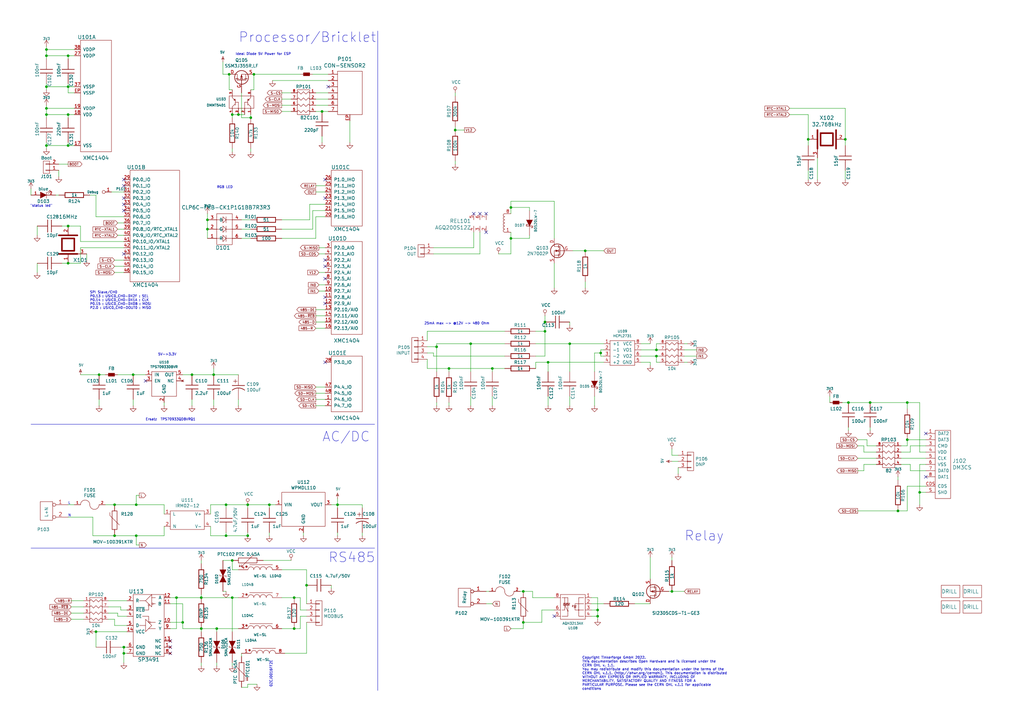
<source format=kicad_sch>
(kicad_sch (version 20230121) (generator eeschema)
  (paper "A3")
  (title_block (title "Energy Manager Bricklet") (date "2022-03-23") (rev "1.4") (company "Tinkerforge GmbH") (comment 1 "Licensed under CERN OHL v.1.1") (comment 2 "Copyright (©) 2022, B.Nordmeyer <bastian@tinkerforge.com>"))
  (junction (at 101.6 219.71))
  (junction (at 214.63 255.27))
  (junction (at 193.04 140.97))
  (junction (at 95.25 229.87))
  (junction (at 50.8 267.97))
  (junction (at 214.63 242.57))
  (junction (at 46.99 219.71))
  (junction (at 223.52 132.08))
  (junction (at 95.25 46.99))
  (junction (at 27.94 107.95))
  (junction (at 97.79 46.99))
  (junction (at 209.55 85.09))
  (junction (at 85.09 90.17))
  (junction (at 372.11 180.34))
  (junction (at 101.6 207.01))
  (junction (at 110.49 207.01))
  (junction (at 246.38 144.78))
  (junction (at 95.25 245.11))
  (junction (at 245.11 250.19))
  (junction (at 125.73 240.03))
  (junction (at 269.24 146.05))
  (junction (at 356.87 165.1))
  (junction (at 372.11 165.1))
  (junction (at 346.71 57.15))
  (junction (at 74.93 255.27))
  (junction (at 72.39 245.11))
  (junction (at 27.94 46.99))
  (junction (at 54.61 153.67))
  (junction (at 27.94 35.56))
  (junction (at 93.98 30.48))
  (junction (at 240.03 102.87))
  (junction (at 368.3 209.55))
  (junction (at 55.88 219.71))
  (junction (at 88.9 257.81))
  (junction (at 209.55 97.79))
  (junction (at 19.05 59.69))
  (junction (at 245.11 252.73))
  (junction (at 87.63 153.67))
  (junction (at 78.74 153.67))
  (junction (at 377.19 201.93))
  (junction (at 92.71 207.01))
  (junction (at 46.99 207.01))
  (junction (at 19.05 35.56))
  (junction (at 269.24 143.51))
  (junction (at 85.09 93.98))
  (junction (at 39.37 259.08))
  (junction (at 223.52 135.89))
  (junction (at 19.05 20.32))
  (junction (at 233.68 140.97))
  (junction (at 224.79 148.59))
  (junction (at 104.14 30.48))
  (junction (at 50.8 265.43))
  (junction (at 179.07 142.24))
  (junction (at 138.43 207.01))
  (junction (at 19.05 22.86))
  (junction (at 102.87 48.26))
  (junction (at 120.65 245.11))
  (junction (at 347.98 165.1))
  (junction (at 40.64 153.67))
  (junction (at 275.59 242.57))
  (junction (at 132.08 45.72))
  (junction (at 19.05 46.99))
  (junction (at 27.94 59.69))
  (junction (at 27.94 92.71))
  (junction (at 82.55 257.81))
  (junction (at 55.88 207.01))
  (junction (at 19.05 44.45))
  (junction (at 82.55 245.11))
  (junction (at 201.93 151.13))
  (junction (at 331.47 57.15))
  (junction (at 92.71 219.71))
  (junction (at 184.15 151.13))
  (junction (at 27.94 22.86))
  (junction (at 186.69 53.34))
  (junction (at 120.65 257.81))
  (no_connect (at 227.33 252.73))
  (no_connect (at 379.73 177.8))
  (no_connect (at 59.69 156.21))
  (no_connect (at 133.35 124.46))
  (no_connect (at 134.62 35.56))
  (no_connect (at 379.73 195.58))
  (no_connect (at 133.35 81.28))
  (no_connect (at 69.85 267.97))
  (no_connect (at 133.35 106.68))
  (no_connect (at 133.35 121.92))
  (no_connect (at 50.8 76.2))
  (no_connect (at 199.39 95.25))
  (no_connect (at 133.35 114.3))
  (no_connect (at 69.85 265.43))
  (no_connect (at 194.31 87.63))
  (no_connect (at 133.35 73.66))
  (no_connect (at 199.39 87.63))
  (no_connect (at 133.35 109.22))
  (no_connect (at 50.8 83.82))
  (no_connect (at 50.8 73.66))
  (no_connect (at 50.8 81.28))
  (no_connect (at 50.8 86.36))
  (no_connect (at 50.8 104.14))
  (no_connect (at 133.35 148.59))
  (no_connect (at 69.85 262.89))
  (no_connect (at 196.85 87.63))
  (wire (pts (xy 278.13 189.23) (xy 275.59 189.23)))
  (wire (pts (xy 129.54 97.79) (xy 115.57 97.79)))
  (wire (pts (xy 99.06 93.98) (xy 102.87 93.98)))
  (wire (pts (xy 201.93 162.56) (xy 201.93 166.37)))
  (wire (pts (xy 49.53 250.19) (xy 49.53 248.92)))
  (wire (pts (xy 125.73 250.19) (xy 123.19 250.19)))
  (wire (pts (xy 209.55 85.09) (xy 209.55 87.63)))
  (wire (pts (xy 134.62 45.72) (xy 132.08 45.72)))
  (wire (pts (xy 72.39 245.11) (xy 82.55 245.11)))
  (wire (pts (xy 133.35 101.6) (xy 130.81 101.6)))
  (wire (pts (xy 134.62 30.48) (xy 128.27 30.48)))
  (wire (pts (xy 55.88 219.71) (xy 55.88 223.52)))
  (wire (pts (xy 115.57 257.81) (xy 120.65 257.81)))
  (wire (pts (xy 227.33 245.11) (xy 218.44 245.11)))
  (wire (pts (xy 209.55 104.14) (xy 204.47 104.14)))
  (wire (pts (xy 34.29 254) (xy 29.21 254)))
  (wire (pts (xy 233.68 166.37) (xy 233.68 162.56)))
  (wire (pts (xy 175.26 144.78) (xy 177.8 144.78)))
  (wire (pts (xy 369.57 190.5) (xy 373.38 190.5)))
  (wire (pts (xy 372.11 209.55) (xy 368.3 209.55)))
  (wire (pts (xy 201.93 151.13) (xy 184.15 151.13)))
  (wire (pts (xy 175.26 151.13) (xy 184.15 151.13)))
  (wire (pts (xy 138.43 207.01) (xy 138.43 208.28)))
  (wire (pts (xy 43.18 153.67) (xy 40.64 153.67)))
  (wire (pts (xy 373.38 182.88) (xy 379.73 182.88)))
  (wire (pts (xy 95.25 233.68) (xy 97.79 233.68)))
  (wire (pts (xy 222.25 250.19) (xy 227.33 250.19)))
  (wire (pts (xy 39.37 80.01) (xy 36.83 80.01)))
  (wire (pts (xy 91.44 229.87) (xy 95.25 229.87)))
  (wire (pts (xy 15.24 96.52) (xy 15.24 92.71)))
  (wire (pts (xy 38.1 219.71) (xy 46.99 219.71)))
  (wire (pts (xy 243.84 166.37) (xy 243.84 162.56)))
  (wire (pts (xy 377.19 190.5) (xy 379.73 190.5)))
  (wire (pts (xy 119.38 40.64) (xy 115.57 40.64)))
  (wire (pts (xy 275.59 229.87) (xy 275.59 228.6)))
  (wire (pts (xy 179.07 142.24) (xy 179.07 140.97)))
  (wire (pts (xy 95.25 245.11) (xy 95.25 259.08)))
  (wire (pts (xy 186.69 67.31) (xy 186.69 66.04)))
  (wire (pts (xy 52.07 252.73) (xy 48.26 252.73)))
  (wire (pts (xy 48.26 93.98) (xy 50.8 93.98)))
  (wire (pts (xy 86.36 207.01) (xy 86.36 210.82)))
  (wire (pts (xy 19.05 34.29) (xy 19.05 35.56)))
  (wire (pts (xy 27.94 107.95) (xy 33.02 107.95)))
  (wire (pts (xy 269.24 140.97) (xy 269.24 143.51)))
  (wire (pts (xy 266.7 148.59) (xy 266.7 149.86)))
  (wire (pts (xy 224.79 148.59) (xy 247.65 148.59)))
  (wire (pts (xy 377.19 165.1) (xy 377.19 185.42)))
  (wire (pts (xy 177.8 144.78) (xy 177.8 146.05)))
  (wire (pts (xy 269.24 146.05) (xy 270.51 146.05)))
  (wire (pts (xy 133.35 104.14) (xy 130.81 104.14)))
  (wire (pts (xy 133.35 161.29) (xy 129.54 161.29)))
  (wire (pts (xy 92.71 208.28) (xy 92.71 207.01)))
  (wire (pts (xy 242.57 250.19) (xy 245.11 250.19)))
  (wire (pts (xy 227.33 82.55) (xy 227.33 97.79)))
  (wire (pts (xy 379.73 187.96) (xy 369.57 187.96)))
  (wire (pts (xy 354.33 190.5) (xy 359.41 190.5)))
  (wire (pts (xy 67.31 215.9) (xy 67.31 219.71)))
  (wire (pts (xy 218.44 245.11) (xy 218.44 242.57)))
  (wire (pts (xy 219.71 135.89) (xy 223.52 135.89)))
  (wire (pts (xy 107.95 229.87) (xy 119.38 229.87)))
  (wire (pts (xy 27.94 46.99) (xy 30.48 46.99)))
  (wire (pts (xy 87.63 153.67) (xy 97.79 153.67)))
  (wire (pts (xy 27.94 92.71) (xy 33.02 92.71)))
  (wire (pts (xy 50.8 111.76) (xy 46.99 111.76)))
  (wire (pts (xy 27.94 34.29) (xy 27.94 35.56)))
  (wire (pts (xy 135.89 207.01) (xy 138.43 207.01)))
  (wire (pts (xy 54.61 166.37) (xy 54.61 163.83)))
  (wire (pts (xy 200.66 242.57) (xy 199.39 242.57)))
  (wire (pts (xy 224.79 152.4) (xy 224.79 148.59)))
  (wire (pts (xy 129.54 158.75) (xy 133.35 158.75)))
  (wire (pts (xy 97.79 163.83) (xy 97.79 166.37)))
  (wire (pts (xy 12.7 77.47) (xy 12.7 80.01)))
  (wire (pts (xy 346.71 73.66) (xy 346.71 69.85)))
  (wire (pts (xy 19.05 22.86) (xy 27.94 22.86)))
  (wire (pts (xy 67.31 207.01) (xy 67.31 210.82)))
  (wire (pts (xy 234.95 102.87) (xy 240.03 102.87)))
  (wire (pts (xy 50.8 267.97) (xy 50.8 271.78)))
  (wire (pts (xy 346.71 44.45) (xy 346.71 57.15)))
  (wire (pts (xy 373.38 193.04) (xy 379.73 193.04)))
  (wire (pts (xy 29.21 246.38) (xy 34.29 246.38)))
  (wire (pts (xy 369.57 185.42) (xy 373.38 185.42)))
  (wire (pts (xy 124.46 219.71) (xy 124.46 218.44)))
  (wire (pts (xy 133.35 129.54) (xy 129.54 129.54)))
  (wire (pts (xy 52.07 246.38) (xy 44.45 246.38)))
  (wire (pts (xy 219.71 148.59) (xy 224.79 148.59)))
  (wire (pts (xy 27.94 59.69) (xy 30.48 59.69)))
  (wire (pts (xy 133.35 83.82) (xy 127 83.82)))
  (wire (pts (xy 275.59 186.69) (xy 275.59 184.15)))
  (wire (pts (xy 27.94 38.1) (xy 30.48 38.1)))
  (wire (pts (xy 74.93 255.27) (xy 74.93 257.81)))
  (wire (pts (xy 351.79 180.34) (xy 355.6 180.34)))
  (wire (pts (xy 219.71 140.97) (xy 233.68 140.97)))
  (polyline (pts (xy 153.67 173.99) (xy 12.7 173.99)))
  (wire (pts (xy 125.73 267.97) (xy 116.84 267.97)))
  (wire (pts (xy 25.4 107.95) (xy 27.94 107.95)))
  (wire (pts (xy 179.07 152.4) (xy 179.07 142.24)))
  (wire (pts (xy 347.98 176.53) (xy 347.98 175.26)))
  (wire (pts (xy 214.63 257.81) (xy 214.63 255.27)))
  (wire (pts (xy 233.68 133.35) (xy 233.68 132.08)))
  (wire (pts (xy 233.68 140.97) (xy 247.65 140.97)))
  (wire (pts (xy 104.14 30.48) (xy 123.19 30.48)))
  (wire (pts (xy 19.05 35.56) (xy 19.05 36.83)))
  (wire (pts (xy 323.85 44.45) (xy 346.71 44.45)))
  (wire (pts (xy 82.55 245.11) (xy 95.25 245.11)))
  (wire (pts (xy 115.57 43.18) (xy 119.38 43.18)))
  (polyline (pts (xy 153.67 224.79) (xy 12.7 224.79)))
  (wire (pts (xy 194.31 95.25) (xy 194.31 101.6)))
  (wire (pts (xy 78.74 153.67) (xy 87.63 153.67)))
  (wire (pts (xy 92.71 219.71) (xy 101.6 219.71)))
  (wire (pts (xy 214.63 242.57) (xy 213.36 242.57)))
  (wire (pts (xy 86.36 219.71) (xy 92.71 219.71)))
  (wire (pts (xy 52.07 267.97) (xy 50.8 267.97)))
  (wire (pts (xy 55.88 207.01) (xy 55.88 203.2)))
  (wire (pts (xy 48.26 251.46) (xy 44.45 251.46)))
  (wire (pts (xy 27.94 22.86) (xy 30.48 22.86)))
  (wire (pts (xy 260.35 247.65) (xy 266.7 247.65)))
  (wire (pts (xy 127 83.82) (xy 127 90.17)))
  (wire (pts (xy 67.31 166.37) (xy 67.31 165.1)))
  (wire (pts (xy 27.94 35.56) (xy 19.05 35.56)))
  (wire (pts (xy 88.9 257.81) (xy 97.79 257.81)))
  (wire (pts (xy 242.57 247.65) (xy 247.65 247.65)))
  (wire (pts (xy 82.55 257.81) (xy 88.9 257.81)))
  (wire (pts (xy 43.18 207.01) (xy 46.99 207.01)))
  (wire (pts (xy 19.05 59.69) (xy 19.05 60.96)))
  (wire (pts (xy 88.9 257.81) (xy 88.9 259.08)))
  (wire (pts (xy 280.67 148.59) (xy 281.94 148.59)))
  (wire (pts (xy 29.21 251.46) (xy 34.29 251.46)))
  (wire (pts (xy 19.05 46.99) (xy 27.94 46.99)))
  (wire (pts (xy 99.06 267.97) (xy 99.06 269.24)))
  (wire (pts (xy 110.49 219.71) (xy 110.49 218.44)))
  (wire (pts (xy 87.63 151.13) (xy 87.63 153.67)))
  (wire (pts (xy 69.85 257.81) (xy 72.39 257.81)))
  (wire (pts (xy 209.55 82.55) (xy 209.55 85.09)))
  (wire (pts (xy 99.06 48.26) (xy 99.06 38.1)))
  (wire (pts (xy 270.51 140.97) (xy 269.24 140.97)))
  (wire (pts (xy 278.13 194.31) (xy 278.13 191.77)))
  (wire (pts (xy 93.98 30.48) (xy 93.98 36.83)))
  (wire (pts (xy 27.94 22.86) (xy 27.94 24.13)))
  (wire (pts (xy 379.73 180.34) (xy 372.11 180.34)))
  (wire (pts (xy 217.17 97.79) (xy 217.17 96.52)))
  (wire (pts (xy 27.94 46.99) (xy 27.94 48.26)))
  (wire (pts (xy 101.6 207.01) (xy 92.71 207.01)))
  (wire (pts (xy 345.44 165.1) (xy 347.98 165.1)))
  (wire (pts (xy 242.57 252.73) (xy 245.11 252.73)))
  (wire (pts (xy 331.47 73.66) (xy 331.47 69.85)))
  (wire (pts (xy 138.43 207.01) (xy 148.59 207.01)))
  (wire (pts (xy 48.26 252.73) (xy 48.26 251.46)))
  (wire (pts (xy 224.79 166.37) (xy 224.79 162.56)))
  (wire (pts (xy 196.85 104.14) (xy 177.8 104.14)))
  (wire (pts (xy 34.29 248.92) (xy 29.21 248.92)))
  (wire (pts (xy 30.48 44.45) (xy 19.05 44.45)))
  (wire (pts (xy 102.87 62.23) (xy 102.87 60.96)))
  (wire (pts (xy 104.14 36.83) (xy 104.14 30.48)))
  (wire (pts (xy 262.89 140.97) (xy 266.7 140.97)))
  (wire (pts (xy 123.19 250.19) (xy 123.19 245.11)))
  (wire (pts (xy 245.11 252.73) (xy 245.11 250.19)))
  (wire (pts (xy 97.79 46.99) (xy 95.25 46.99)))
  (wire (pts (xy 285.75 146.05) (xy 280.67 146.05)))
  (wire (pts (xy 123.19 252.73) (xy 125.73 252.73)))
  (wire (pts (xy 19.05 22.86) (xy 19.05 24.13)))
  (wire (pts (xy 95.25 273.05) (xy 95.25 271.78)))
  (wire (pts (xy 39.37 88.9) (xy 39.37 80.01)))
  (wire (pts (xy 373.38 190.5) (xy 373.38 193.04)))
  (wire (pts (xy 27.94 212.09) (xy 38.1 212.09)))
  (wire (pts (xy 33.02 99.06) (xy 50.8 99.06)))
  (wire (pts (xy 50.8 265.43) (xy 52.07 265.43)))
  (wire (pts (xy 379.73 185.42) (xy 377.19 185.42)))
  (wire (pts (xy 85.09 87.63) (xy 85.09 90.17)))
  (wire (pts (xy 15.24 111.76) (xy 15.24 107.95)))
  (wire (pts (xy 186.69 52.07) (xy 186.69 53.34)))
  (wire (pts (xy 74.93 257.81) (xy 82.55 257.81)))
  (wire (pts (xy 78.74 163.83) (xy 78.74 166.37)))
  (wire (pts (xy 99.06 97.79) (xy 102.87 97.79)))
  (wire (pts (xy 196.85 95.25) (xy 196.85 104.14)))
  (wire (pts (xy 125.73 233.68) (xy 125.73 240.03)))
  (wire (pts (xy 331.47 59.69) (xy 331.47 57.15)))
  (wire (pts (xy 87.63 166.37) (xy 87.63 163.83)))
  (wire (pts (xy 129.54 40.64) (xy 134.62 40.64)))
  (wire (pts (xy 372.11 165.1) (xy 377.19 165.1)))
  (wire (pts (xy 119.38 45.72) (xy 115.57 45.72)))
  (wire (pts (xy 110.49 207.01) (xy 113.03 207.01)))
  (wire (pts (xy 115.57 233.68) (xy 125.73 233.68)))
  (wire (pts (xy 82.55 245.11) (xy 82.55 243.84)))
  (wire (pts (xy 331.47 46.99) (xy 323.85 46.99)))
  (wire (pts (xy 266.7 228.6) (xy 266.7 237.49)))
  (wire (pts (xy 69.85 247.65) (xy 74.93 247.65)))
  (wire (pts (xy 278.13 186.69) (xy 275.59 186.69)))
  (wire (pts (xy 50.8 106.68) (xy 46.99 106.68)))
  (wire (pts (xy 175.26 135.89) (xy 207.01 135.89)))
  (wire (pts (xy 175.26 147.32) (xy 175.26 151.13)))
  (wire (pts (xy 24.13 72.39) (xy 24.13 69.85)))
  (wire (pts (xy 120.65 257.81) (xy 123.19 257.81)))
  (wire (pts (xy 133.35 116.84) (xy 130.81 116.84)))
  (wire (pts (xy 218.44 242.57) (xy 214.63 242.57)))
  (wire (pts (xy 123.19 257.81) (xy 123.19 252.73)))
  (wire (pts (xy 193.04 140.97) (xy 193.04 152.4)))
  (wire (pts (xy 27.94 67.31) (xy 24.13 67.31)))
  (wire (pts (xy 74.93 247.65) (xy 74.93 255.27)))
  (wire (pts (xy 223.52 129.54) (xy 223.52 132.08)))
  (wire (pts (xy 331.47 57.15) (xy 331.47 46.99)))
  (wire (pts (xy 246.38 146.05) (xy 247.65 146.05)))
  (wire (pts (xy 102.87 48.26) (xy 99.06 48.26)))
  (wire (pts (xy 86.36 215.9) (xy 86.36 219.71)))
  (wire (pts (xy 19.05 58.42) (xy 19.05 59.69)))
  (wire (pts (xy 270.51 148.59) (xy 269.24 148.59)))
  (wire (pts (xy 201.93 151.13) (xy 207.01 151.13)))
  (wire (pts (xy 49.53 265.43) (xy 50.8 265.43)))
  (wire (pts (xy 74.93 153.67) (xy 78.74 153.67)))
  (wire (pts (xy 55.88 219.71) (xy 67.31 219.71)))
  (wire (pts (xy 199.39 247.65) (xy 201.93 247.65)))
  (wire (pts (xy 48.26 153.67) (xy 54.61 153.67)))
  (wire (pts (xy 138.43 219.71) (xy 138.43 218.44)))
  (wire (pts (xy 46.99 207.01) (xy 55.88 207.01)))
  (wire (pts (xy 356.87 165.1) (xy 372.11 165.1)))
  (wire (pts (xy 19.05 19.05) (xy 19.05 20.32)))
  (wire (pts (xy 262.89 146.05) (xy 269.24 146.05)))
  (wire (pts (xy 209.55 95.25) (xy 209.55 97.79)))
  (wire (pts (xy 379.73 201.93) (xy 377.19 201.93)))
  (wire (pts (xy 359.41 187.96) (xy 351.79 187.96)))
  (wire (pts (xy 354.33 185.42) (xy 354.33 182.88)))
  (wire (pts (xy 372.11 182.88) (xy 369.57 182.88)))
  (wire (pts (xy 129.54 88.9) (xy 129.54 97.79)))
  (wire (pts (xy 223.52 132.08) (xy 223.52 135.89)))
  (wire (pts (xy 246.38 144.78) (xy 246.38 146.05)))
  (wire (pts (xy 19.05 59.69) (xy 27.94 59.69)))
  (wire (pts (xy 240.03 118.11) (xy 240.03 115.57)))
  (wire (pts (xy 46.99 254) (xy 44.45 254)))
  (wire (pts (xy 356.87 176.53) (xy 356.87 175.26)))
  (wire (pts (xy 50.8 109.22) (xy 46.99 109.22)))
  (wire (pts (xy 82.55 231.14) (xy 82.55 229.87)))
  (wire (pts (xy 125.73 240.03) (xy 125.73 247.65)))
  (polyline (pts (xy 154.94 283.21) (xy 154.94 12.7)))
  (wire (pts (xy 130.81 119.38) (xy 133.35 119.38)))
  (wire (pts (xy 95.25 245.11) (xy 97.79 245.11)))
  (wire (pts (xy 129.54 76.2) (xy 133.35 76.2)))
  (wire (pts (xy 102.87 36.83) (xy 104.14 36.83)))
  (wire (pts (xy 351.79 193.04) (xy 354.33 193.04)))
  (wire (pts (xy 280.67 143.51) (xy 285.75 143.51)))
  (wire (pts (xy 240.03 102.87) (xy 247.65 102.87)))
  (wire (pts (xy 101.6 207.01) (xy 110.49 207.01)))
  (wire (pts (xy 125.73 255.27) (xy 125.73 267.97)))
  (wire (pts (xy 54.61 153.67) (xy 59.69 153.67)))
  (wire (pts (xy 377.19 190.5) (xy 377.19 201.93)))
  (wire (pts (xy 247.65 143.51) (xy 246.38 143.51)))
  (wire (pts (xy 55.88 207.01) (xy 67.31 207.01)))
  (wire (pts (xy 275.59 242.57) (xy 274.32 242.57)))
  (wire (pts (xy 184.15 152.4) (xy 184.15 151.13)))
  (wire (pts (xy 372.11 167.64) (xy 372.11 165.1)))
  (wire (pts (xy 30.48 35.56) (xy 27.94 35.56)))
  (wire (pts (xy 92.71 207.01) (xy 86.36 207.01)))
  (wire (pts (xy 95.25 62.23) (xy 95.25 60.96)))
  (wire (pts (xy 262.89 148.59) (xy 266.7 148.59)))
  (wire (pts (xy 134.62 43.18) (xy 129.54 43.18)))
  (wire (pts (xy 101.6 219.71) (xy 101.6 218.44)))
  (wire (pts (xy 354.33 182.88) (xy 351.79 182.88)))
  (wire (pts (xy 246.38 144.78) (xy 243.84 144.78)))
  (wire (pts (xy 123.19 245.11) (xy 120.65 245.11)))
  (wire (pts (xy 48.26 91.44) (xy 50.8 91.44)))
  (wire (pts (xy 101.6 280.67) (xy 105.41 280.67)))
  (wire (pts (xy 129.54 132.08) (xy 133.35 132.08)))
  (wire (pts (xy 133.35 134.62) (xy 129.54 134.62)))
  (wire (pts (xy 133.35 88.9) (xy 129.54 88.9)))
  (wire (pts (xy 219.71 146.05) (xy 223.52 146.05)))
  (wire (pts (xy 88.9 273.05) (xy 88.9 271.78)))
  (wire (pts (xy 217.17 85.09) (xy 209.55 85.09)))
  (wire (pts (xy 91.44 242.57) (xy 92.71 242.57)))
  (wire (pts (xy 39.37 265.43) (xy 39.37 259.08)))
  (wire (pts (xy 280.67 242.57) (xy 275.59 242.57)))
  (wire (pts (xy 85.09 90.17) (xy 85.09 93.98)))
  (wire (pts (xy 129.54 45.72) (xy 132.08 45.72)))
  (wire (pts (xy 52.07 250.19) (xy 49.53 250.19)))
  (wire (pts (xy 379.73 199.39) (xy 372.11 199.39)))
  (wire (pts (xy 355.6 180.34) (xy 355.6 182.88)))
  (wire (pts (xy 359.41 185.42) (xy 354.33 185.42)))
  (wire (pts (xy 101.6 281.94) (xy 101.6 280.67)))
  (wire (pts (xy 222.25 255.27) (xy 222.25 250.19)))
  (wire (pts (xy 133.35 166.37) (xy 129.54 166.37)))
  (wire (pts (xy 138.43 207.01) (xy 138.43 204.47)))
  (wire (pts (xy 69.85 255.27) (xy 74.93 255.27)))
  (wire (pts (xy 184.15 166.37) (xy 184.15 165.1)))
  (wire (pts (xy 368.3 209.55) (xy 351.79 209.55)))
  (wire (pts (xy 35.56 106.68) (xy 35.56 104.14)))
  (wire (pts (xy 91.44 30.48) (xy 93.98 30.48)))
  (wire (pts (xy 82.55 273.05) (xy 82.55 271.78)))
  (wire (pts (xy 201.93 152.4) (xy 201.93 151.13)))
  (wire (pts (xy 19.05 44.45) (xy 19.05 46.99)))
  (wire (pts (xy 93.98 36.83) (xy 95.25 36.83)))
  (wire (pts (xy 128.27 93.98) (xy 128.27 86.36)))
  (wire (pts (xy 30.48 20.32) (xy 19.05 20.32)))
  (wire (pts (xy 134.62 38.1) (xy 129.54 38.1)))
  (wire (pts (xy 227.33 107.95) (xy 227.33 118.11)))
  (wire (pts (xy 101.6 208.28) (xy 101.6 207.01)))
  (wire (pts (xy 27.94 35.56) (xy 27.94 38.1)))
  (wire (pts (xy 269.24 143.51) (xy 270.51 143.51)))
  (wire (pts (xy 148.59 207.01) (xy 148.59 208.28)))
  (wire (pts (xy 132.08 55.88) (xy 132.08 58.42)))
  (wire (pts (xy 372.11 199.39) (xy 372.11 209.55)))
  (wire (pts (xy 243.84 152.4) (xy 243.84 144.78)))
  (wire (pts (xy 217.17 86.36) (xy 217.17 85.09)))
  (wire (pts (xy 209.55 97.79) (xy 217.17 97.79)))
  (wire (pts (xy 19.05 20.32) (xy 19.05 22.86)))
  (wire (pts (xy 33.02 101.6) (xy 50.8 101.6)))
  (wire (pts (xy 373.38 185.42) (xy 373.38 182.88)))
  (wire (pts (xy 50.8 78.74) (xy 45.72 78.74)))
  (wire (pts (xy 175.26 142.24) (xy 179.07 142.24)))
  (wire (pts (xy 269.24 148.59) (xy 269.24 146.05)))
  (wire (pts (xy 102.87 48.26) (xy 102.87 46.99)))
  (wire (pts (xy 95.25 229.87) (xy 95.25 233.68)))
  (wire (pts (xy 179.07 140.97) (xy 193.04 140.97)))
  (wire (pts (xy 280.67 140.97) (xy 281.94 140.97)))
  (wire (pts (xy 19.05 46.99) (xy 19.05 48.26)))
  (wire (pts (xy 72.39 257.81) (xy 72.39 245.11)))
  (wire (pts (xy 39.37 88.9) (xy 50.8 88.9)))
  (wire (pts (xy 22.86 80.01) (xy 24.13 80.01)))
  (wire (pts (xy 354.33 193.04) (xy 354.33 190.5)))
  (wire (pts (xy 233.68 152.4) (xy 233.68 140.97)))
  (wire (pts (xy 179.07 166.37) (xy 179.07 165.1)))
  (wire (pts (xy 95.25 48.26) (xy 95.25 46.99)))
  (wire (pts (xy 175.26 135.89) (xy 175.26 139.7)))
  (wire (pts (xy 33.02 107.95) (xy 33.02 101.6)))
  (wire (pts (xy 115.57 93.98) (xy 128.27 93.98)))
  (wire (pts (xy 148.59 219.71) (xy 148.59 218.44)))
  (wire (pts (xy 129.54 163.83) (xy 133.35 163.83)))
  (wire (pts (xy 347.98 165.1) (xy 356.87 165.1)))
  (wire (pts (xy 50.8 265.43) (xy 50.8 267.97)))
  (wire (pts (xy 33.02 92.71) (xy 33.02 99.06)))
  (wire (pts (xy 99.06 90.17) (xy 102.87 90.17)))
  (wire (pts (xy 49.53 248.92) (xy 44.45 248.92)))
  (wire (pts (xy 177.8 146.05) (xy 207.01 146.05)))
  (wire (pts (xy 355.6 182.88) (xy 359.41 182.88)))
  (wire (pts (xy 38.1 212.09) (xy 38.1 219.71)))
  (wire (pts (xy 372.11 180.34) (xy 372.11 182.88)))
  (wire (pts (xy 92.71 219.71) (xy 92.71 218.44)))
  (wire (pts (xy 27.94 207.01) (xy 30.48 207.01)))
  (wire (pts (xy 82.55 259.08) (xy 82.55 257.81)))
  (wire (pts (xy 209.55 82.55) (xy 227.33 82.55)))
  (wire (pts (xy 100.33 46.99) (xy 97.79 46.99)))
  (wire (pts (xy 340.36 162.56) (xy 340.36 165.1)))
  (wire (pts (xy 262.89 143.51) (xy 269.24 143.51)))
  (wire (pts (xy 27.94 59.69) (xy 27.94 58.42)))
  (wire (pts (xy 193.04 162.56) (xy 193.04 166.37)))
  (wire (pts (xy 55.88 203.2) (xy 57.15 203.2)))
  (wire (pts (xy 99.06 281.94) (xy 101.6 281.94)))
  (wire (pts (xy 55.88 223.52) (xy 57.15 223.52)))
  (wire (pts (xy 69.85 245.11) (xy 72.39 245.11)))
  (wire (pts (xy 134.62 33.02) (xy 111.76 33.02)))
  (wire (pts (xy 377.19 207.01) (xy 377.19 201.93)))
  (wire (pts (xy 52.07 256.54) (xy 46.99 256.54)))
  (wire (pts (xy 207.01 140.97) (xy 193.04 140.97)))
  (wire (pts (xy 135.89 240.03) (xy 135.89 241.3)))
  (wire (pts (xy 186.69 39.37) (xy 186.69 38.1)))
  (wire (pts (xy 91.44 30.48) (xy 91.44 25.4)))
  (wire (pts (xy 115.57 245.11) (xy 120.65 245.11)))
  (wire (pts (xy 209.55 257.81) (xy 214.63 257.81)))
  (wire (pts (xy 40.64 166.37) (xy 40.64 163.83)))
  (wire (pts (xy 115.57 38.1) (xy 119.38 38.1)))
  (wire (pts (xy 242.57 245.11) (xy 245.11 245.11)))
  (wire (pts (xy 85.09 93.98) (xy 85.09 97.79)))
  (wire (pts (xy 245.11 250.19) (xy 245.11 245.11)))
  (wire (pts (xy 335.28 73.66) (xy 335.28 64.77)))
  (wire (pts (xy 33.02 153.67) (xy 40.64 153.67)))
  (wire (pts (xy 129.54 78.74) (xy 133.35 78.74)))
  (wire (pts (xy 55.88 219.71) (xy 46.99 219.71)))
  (wire (pts (xy 25.4 92.71) (xy 27.94 92.71)))
  (wire (pts (xy 129.54 127) (xy 133.35 127)))
  (wire (pts (xy 128.27 86.36) (xy 133.35 86.36)))
  (wire (pts (xy 39.37 259.08) (xy 52.07 259.08)))
  (wire (pts (xy 50.8 96.52) (xy 48.26 96.52)))
  (wire (pts (xy 214.63 255.27) (xy 222.25 255.27)))
  (wire (pts (xy 245.11 254) (xy 245.11 252.73)))
  (wire (pts (xy 110.49 208.28) (xy 110.49 207.01)))
  (wire (pts (xy 368.3 196.85) (xy 368.3 195.58)))
  (wire (pts (xy 133.35 111.76) (xy 130.81 111.76)))
  (wire (pts (xy 177.8 101.6) (xy 194.31 101.6)))
  (wire (pts (xy 346.71 59.69) (xy 346.71 57.15)))
  (wire (pts (xy 143.51 49.53) (xy 143.51 58.42)))
  (wire (pts (xy 46.99 256.54) (xy 46.99 254)))
  (wire (pts (xy 190.5 53.34) (xy 186.69 53.34)))
  (wire (pts (xy 246.38 143.51) (xy 246.38 144.78)))
  (wire (pts (xy 19.05 43.18) (xy 19.05 44.45)))
  (wire (pts (xy 209.55 97.79) (xy 209.55 104.14)))
  (wire (pts (xy 127 90.17) (xy 115.57 90.17)))
  (wire (pts (xy 219.71 151.13) (xy 219.71 148.59)))
  (wire (pts (xy 223.52 135.89) (xy 223.52 146.05)))
  (text "Relay" (at 280.67 222.25 0) (effects (font (size 3.9878 3.9878)) (justify left bottom)))
  (text "SPI Slave/CH0\nP0.13 : USIC0_CH0-DX2F : SEL\nP0.14 : USIC0_CH0-DX1A : CLK\nP0.15 : USIC0_CH0-DX0B : MOSI\nP2.0 : USIC0_CH0-DOUT0 : MISO" (at 36.83 127 0) (effects (font (size 0.9906 0.9906)) (justify left bottom)))
  (text "Ersatz  TPS70933QDBVRQ1" (at 59.69 172.72 0) (effects (font (size 0.9906 0.9906)) (justify left bottom)))
  (text "Processor/Bricklet" (at 97.79 17.78 0) (effects (font (size 3.9878 3.9878)) (justify left bottom)))
  (text "\"status led\"" (at 21.59 85.09 0) (effects (font (size 0.9906 0.9906)) (justify right bottom)))
  (text "N" (at 27.94 212.09 0) (effects (font (size 0.9906 0.9906)) (justify left bottom)))
  (text "0ZCJ0016FF2E" (at 111.76 281.94 90) (effects (font (size 0.9906 0.9906)) (justify left bottom)))
  (text "25mA max -> @12V -> 480 Ohm" (at 173.99 133.35 0) (effects (font (size 0.9906 0.9906)) (justify left bottom)))
  (text "RGB LED" (at 88.9 77.47 0) (effects (font (size 0.9906 0.9906)) (justify left bottom)))
  (text "RS485" (at 134.62 231.14 0) (effects (font (size 3.9878 3.9878)) (justify left bottom)))
  (text "5V->3.3V" (at 64.77 146.05 0) (effects (font (size 0.9906 0.9906)) (justify left bottom)))
  (text "Copyright Tinkerforge GmbH 2022.\nThis documentation describes Open Hardware and is licensed under the\nCERN OHL v. 1.1.\nYou may redistribute and modify this documentation under the terms of the\nCERN OHL v.1.1. (http://ohwr.org/cernohl). This documentation is distributed\nWITHOUT ANY EXPRESS OR IMPLIED WARRANTY, INCLUDING OF\nMERCHANTABILITY, SATISFACTORY QUALITY AND FITNESS FOR A\nPARTICULAR PURPOSE. Please see the CERN OHL v.1.1 for applicable\nconditions" (at 238.76 283.21 0) (effects (font (size 0.9906 0.9906)) (justify left bottom)))
  (text "L" (at 27.94 207.01 0) (effects (font (size 0.9906 0.9906)) (justify left bottom)))
  (text "AC/DC" (at 132.08 181.61 0) (effects (font (size 3.9878 3.9878)) (justify left bottom)))
  (text "Ideal Diode 5V Power for ESP" (at 119.38 22.86 0) (effects (font (size 0.9906 0.9906)) (justify right bottom)))
  (global_label "485-DE" (shape output) (at 129.54 127 180) (effects (font (size 0.9906 0.9906))) (property "Intersheetrefs" "${INTERSHEET_REFS}" (effects hide)))
  (global_label "SD-CLK" (shape output) (at 129.54 163.83 180) (effects (font (size 0.9906 0.9906))) (property "Intersheetrefs" "${INTERSHEET_REFS}" (effects hide)))
  (global_label "S-MOSI" (shape output) (at 115.57 43.18 180) (effects (font (size 0.9906 0.9906))) (property "Intersheetrefs" "${INTERSHEET_REFS}" (effects hide)))
  (global_label "485-DE" (shape input) (at 29.21 251.46 180) (effects (font (size 0.9906 0.9906))) (property "Intersheetrefs" "${INTERSHEET_REFS}" (effects hide)))
  (global_label "SD-CS" (shape input) (at 351.79 180.34 180) (effects (font (size 0.9906 0.9906))) (property "Intersheetrefs" "${INTERSHEET_REFS}" (effects hide)))
  (global_label "SD-MOSI" (shape input) (at 351.79 182.88 180) (effects (font (size 0.9906 0.9906))) (property "Intersheetrefs" "${INTERSHEET_REFS}" (effects hide)))
  (global_label "RTC-XTAL1" (shape input) (at 48.26 93.98 180) (effects (font (size 0.9906 0.9906))) (property "Intersheetrefs" "${INTERSHEET_REFS}" (effects hide)))
  (global_label "SD-MOSI" (shape output) (at 129.54 161.29 180) (effects (font (size 0.9906 0.9906))) (property "Intersheetrefs" "${INTERSHEET_REFS}" (effects hide)))
  (global_label "SD-CDS" (shape output) (at 351.79 209.55 180) (effects (font (size 0.9906 0.9906))) (property "Intersheetrefs" "${INTERSHEET_REFS}" (effects hide)))
  (global_label "SD-MISO" (shape input) (at 129.54 158.75 180) (effects (font (size 0.9906 0.9906))) (property "Intersheetrefs" "${INTERSHEET_REFS}" (effects hide)))
  (global_label "V12" (shape input) (at 130.81 111.76 180) (effects (font (size 0.9906 0.9906))) (property "Intersheetrefs" "${INTERSHEET_REFS}" (effects hide)))
  (global_label "L" (shape input) (at 209.55 257.81 180) (effects (font (size 0.9906 0.9906))) (property "Intersheetrefs" "${INTERSHEET_REFS}" (effects hide)))
  (global_label "OUT" (shape output) (at 129.54 78.74 180) (effects (font (size 0.9906 0.9906))) (property "Intersheetrefs" "${INTERSHEET_REFS}" (effects hide)))
  (global_label "V12" (shape output) (at 190.5 53.34 0) (effects (font (size 0.9906 0.9906))) (property "Intersheetrefs" "${INTERSHEET_REFS}" (effects hide)))
  (global_label "SD-CDS" (shape input) (at 130.81 104.14 180) (effects (font (size 0.9906 0.9906))) (property "Intersheetrefs" "${INTERSHEET_REFS}" (effects hide)))
  (global_label "RELAY" (shape output) (at 129.54 76.2 180) (effects (font (size 0.9906 0.9906))) (property "Intersheetrefs" "${INTERSHEET_REFS}" (effects hide)))
  (global_label "485-~{REB}" (shape output) (at 129.54 129.54 180) (effects (font (size 0.9906 0.9906))) (property "Intersheetrefs" "${INTERSHEET_REFS}" (effects hide)))
  (global_label "S-CLK" (shape input) (at 46.99 109.22 180) (effects (font (size 0.9906 0.9906))) (property "Intersheetrefs" "${INTERSHEET_REFS}" (effects hide)))
  (global_label "485-R" (shape input) (at 129.54 134.62 180) (effects (font (size 0.9906 0.9906))) (property "Intersheetrefs" "${INTERSHEET_REFS}" (effects hide)))
  (global_label "485-~{REB}" (shape input) (at 29.21 248.92 180) (effects (font (size 0.9906 0.9906))) (property "Intersheetrefs" "${INTERSHEET_REFS}" (effects hide)))
  (global_label "N" (shape output) (at 57.15 223.52 0) (effects (font (size 0.9906 0.9906))) (property "Intersheetrefs" "${INTERSHEET_REFS}" (effects hide)))
  (global_label "485-D" (shape output) (at 129.54 132.08 180) (effects (font (size 0.9906 0.9906))) (property "Intersheetrefs" "${INTERSHEET_REFS}" (effects hide)))
  (global_label "S-MISO" (shape input) (at 115.57 45.72 180) (effects (font (size 0.9906 0.9906))) (property "Intersheetrefs" "${INTERSHEET_REFS}" (effects hide)))
  (global_label "485-R" (shape output) (at 29.21 246.38 180) (effects (font (size 0.9906 0.9906))) (property "Intersheetrefs" "${INTERSHEET_REFS}" (effects hide)))
  (global_label "OUT" (shape input) (at 247.65 102.87 0) (effects (font (size 0.9906 0.9906))) (property "Intersheetrefs" "${INTERSHEET_REFS}" (effects hide)))
  (global_label "SD-MISO" (shape output) (at 351.79 193.04 180) (effects (font (size 0.9906 0.9906))) (property "Intersheetrefs" "${INTERSHEET_REFS}" (effects hide)))
  (global_label "RTC-XTAL2" (shape input) (at 48.26 96.52 180) (effects (font (size 0.9906 0.9906))) (property "Intersheetrefs" "${INTERSHEET_REFS}" (effects hide)))
  (global_label "S-CS" (shape input) (at 46.99 106.68 180) (effects (font (size 0.9906 0.9906))) (property "Intersheetrefs" "${INTERSHEET_REFS}" (effects hide)))
  (global_label "BOOT" (shape output) (at 27.94 67.31 0) (effects (font (size 0.9906 0.9906))) (property "Intersheetrefs" "${INTERSHEET_REFS}" (effects hide)))
  (global_label "SD-CS" (shape output) (at 129.54 166.37 180) (effects (font (size 0.9906 0.9906))) (property "Intersheetrefs" "${INTERSHEET_REFS}" (effects hide)))
  (global_label "IN0" (shape output) (at 285.75 143.51 0) (effects (font (size 0.9906 0.9906))) (property "Intersheetrefs" "${INTERSHEET_REFS}" (effects hide)))
  (global_label "BOOT" (shape input) (at 48.26 91.44 180) (effects (font (size 0.9906 0.9906))) (property "Intersheetrefs" "${INTERSHEET_REFS}" (effects hide)))
  (global_label "N" (shape input) (at 201.93 247.65 0) (effects (font (size 0.9906 0.9906))) (property "Intersheetrefs" "${INTERSHEET_REFS}" (effects hide)))
  (global_label "S-MISO" (shape output) (at 130.81 101.6 180) (effects (font (size 0.9906 0.9906))) (property "Intersheetrefs" "${INTERSHEET_REFS}" (effects hide)))
  (global_label "S-CLK" (shape output) (at 115.57 40.64 180) (effects (font (size 0.9906 0.9906))) (property "Intersheetrefs" "${INTERSHEET_REFS}" (effects hide)))
  (global_label "IN0" (shape input) (at 130.81 116.84 180) (effects (font (size 0.9906 0.9906))) (property "Intersheetrefs" "${INTERSHEET_REFS}" (effects hide)))
  (global_label "IN1" (shape output) (at 285.75 146.05 0) (effects (font (size 0.9906 0.9906))) (property "Intersheetrefs" "${INTERSHEET_REFS}" (effects hide)))
  (global_label "S-CS" (shape output) (at 115.57 38.1 180) (effects (font (size 0.9906 0.9906))) (property "Intersheetrefs" "${INTERSHEET_REFS}" (effects hide)))
  (global_label "SD-CLK" (shape input) (at 351.79 187.96 180) (effects (font (size 0.9906 0.9906))) (property "Intersheetrefs" "${INTERSHEET_REFS}" (effects hide)))
  (global_label "RELAY" (shape input) (at 280.67 242.57 0) (effects (font (size 0.9906 0.9906))) (property "Intersheetrefs" "${INTERSHEET_REFS}" (effects hide)))
  (global_label "IN1" (shape input) (at 130.81 119.38 180) (effects (font (size 0.9906 0.9906))) (property "Intersheetrefs" "${INTERSHEET_REFS}" (effects hide)))
  (global_label "RTC-XTAL2" (shape input) (at 323.85 46.99 180) (effects (font (size 0.9906 0.9906))) (property "Intersheetrefs" "${INTERSHEET_REFS}" (effects hide)))
  (global_label "S-MOSI" (shape input) (at 46.99 111.76 180) (effects (font (size 0.9906 0.9906))) (property "Intersheetrefs" "${INTERSHEET_REFS}" (effects hide)))
  (global_label "485-D" (shape input) (at 29.21 254 180) (effects (font (size 0.9906 0.9906))) (property "Intersheetrefs" "${INTERSHEET_REFS}" (effects hide)))
  (global_label "L" (shape output) (at 57.15 203.2 0) (effects (font (size 0.9906 0.9906))) (property "Intersheetrefs" "${INTERSHEET_REFS}" (effects hide)))
  (global_label "RTC-XTAL1" (shape input) (at 323.85 44.45 180) (effects (font (size 0.9906 0.9906))) (property "Intersheetrefs" "${INTERSHEET_REFS}" (effects hide)))
  (symbol (lib_id "tinkerforge:INDUCTs") (at 45.72 153.67 270) (unit 1)
    (property "Reference" "L101" (at 45.72 156.21 90))
    (property "Value" "FB" (at 45.72 151.13 90))
    (property "Footprint" "kicad-libraries:R0603F" (effects hide))
  )
  (symbol (lib_id "tinkerforge:CONN_01X02") (at 19.05 68.58 180) (unit 1)
    (property "Reference" "J101" (at 19.05 72.39 0))
    (property "Value" "Boot" (at 19.05 64.77 0))
    (property "Footprint" "kicad-libraries:SolderJumper" (effects hide))
  )
  (symbol (lib_id "tinkerforge:GND") (at 24.13 72.39 0) (mirror y) (unit 1)
    (property "Reference" "#PWR0107" (effects hide))
    (property "Value" "GND" (effects hide))
  )
  (symbol (lib_id "tinkerforge:LED") (at 17.78 80.01 0) (mirror x) (unit 1)
    (property "Reference" "D103" (at 17.78 82.55 0))
    (property "Value" "blue" (at 17.78 77.47 0))
    (property "Footprint" "kicad-libraries:D0603F" (effects hide))
  )
  (symbol (lib_id "tinkerforge:CON-SENSOR2") (at 143.51 38.1 0) (unit 1)
    (property "Reference" "P101" (at 141.4018 24.2062 0) (effects (font (size 1.524 1.524))))
    (property "Value" "CON-SENSOR2" (at 141.4018 26.8986 0) (effects (font (size 1.524 1.524))))
    (property "Footprint" "kicad-libraries:CON-SENSOR2_180" (effects hide))
  )
  (symbol (lib_id "tinkerforge:GND") (at 143.51 58.42 0) (mirror y) (unit 1)
    (property "Reference" "#PWR0101" (effects hide))
    (property "Value" "GND" (effects hide))
  )
  (symbol (lib_id "tinkerforge:R_PACK4") (at 124.46 46.99 0) (mirror y) (unit 1)
    (property "Reference" "RP101" (at 124.46 35.56 0))
    (property "Value" "82" (at 124.46 48.26 0))
    (property "Footprint" "kicad-libraries:4X0402" (effects hide))
  )
  (symbol (lib_id "tinkerforge:C") (at 132.08 50.8 0) (mirror y) (unit 1)
    (property "Reference" "C101" (at 130.81 48.26 0) (effects (justify left)))
    (property "Value" "220pF" (at 130.81 53.34 0) (effects (justify left)))
    (property "Footprint" "kicad-libraries:C0402F" (effects hide))
  )
  (symbol (lib_id "tinkerforge:GND") (at 132.08 58.42 0) (mirror y) (unit 1)
    (property "Reference" "#PWR0102" (effects hide))
    (property "Value" "GND" (effects hide))
  )
  (symbol (lib_id "tinkerforge:GND") (at 111.76 33.02 0) (mirror y) (unit 1)
    (property "Reference" "#PWR0105" (effects hide))
    (property "Value" "GND" (effects hide))
  )
  (symbol (lib_id "tinkerforge:3V3") (at 87.63 151.13 0) (unit 1)
    (property "Reference" "#PWR0108" (effects hide))
    (property "Value" "3V3" (at 87.63 147.955 0) (effects (font (size 1.016 1.016))))
  )
  (symbol (lib_id "tinkerforge:3V3") (at 12.7 77.47 0) (mirror y) (unit 1)
    (property "Reference" "#PWR0106" (effects hide))
    (property "Value" "3V3" (at 12.7 74.295 0) (effects (font (size 1.016 1.016))))
  )
  (symbol (lib_id "tinkerforge:R") (at 30.48 80.01 270) (mirror x) (unit 1)
    (property "Reference" "R124" (at 30.48 82.55 90))
    (property "Value" "1k" (at 30.48 80.01 90))
    (property "Footprint" "kicad-libraries:R0603F" (effects hide))
  )
  (symbol (lib_id "tinkerforge:CONN_2") (at 190.5 245.11 0) (mirror y) (unit 1)
    (property "Reference" "P102" (at 191.77 251.46 0) (effects (justify left)))
    (property "Value" "Relay" (at 190.5 247.65 90) (effects (justify left)))
    (property "Footprint" "kicad-libraries:OQ_2P_5mm_230V" (effects hide))
  )
  (symbol (lib_id "tinkerforge:AQ-H") (at 234.95 248.92 0) (mirror y) (unit 1)
    (property "Reference" "U108" (at 234.95 257.5814 0) (effects (font (size 0.9906 0.9906))))
    (property "Value" "AQH3213AX" (at 234.95 255.6764 0) (effects (font (size 0.9906 0.9906))))
    (property "Footprint" "kicad-libraries:AQ-H" (effects hide))
  )
  (symbol (lib_id "tinkerforge:Varistor") (at 214.63 248.92 0) (unit 1)
    (property "Reference" "R113" (at 210.82 250.19 90) (effects (justify left)))
    (property "Value" "MOV-10D391KTR" (at 196.85 254 0) (effects (justify left)))
    (property "Footprint" "kicad-libraries:VAR_10mm" (effects hide))
  )
  (symbol (lib_id "tinkerforge:GND") (at 245.11 254 0) (mirror y) (unit 1)
    (property "Reference" "#PWR0160" (effects hide))
    (property "Value" "GND" (effects hide))
  )
  (symbol (lib_id "tinkerforge:R") (at 254 247.65 270) (mirror x) (unit 1)
    (property "Reference" "R114" (at 254 245.618 90))
    (property "Value" "120" (at 254 247.65 90))
    (property "Footprint" "kicad-libraries:R0805E" (effects hide))
  )
  (symbol (lib_id "tinkerforge:R") (at 275.59 236.22 180) (unit 1)
    (property "Reference" "R115" (at 273.558 236.22 90))
    (property "Value" "1k" (at 275.59 236.22 90))
    (property "Footprint" "kicad-libraries:R0603F" (effects hide))
  )
  (symbol (lib_id "tinkerforge:HCPL-2731-000E") (at 255.27 144.78 0) (unit 1)
    (property "Reference" "U109" (at 255.27 135.8646 0) (effects (font (size 0.9906 0.9906))))
    (property "Value" "HCPL2731" (at 255.27 137.7696 0) (effects (font (size 0.9906 0.9906))))
    (property "Footprint" "kicad-libraries:DIP-8" (effects hide))
  )
  (symbol (lib_id "tinkerforge:3V3") (at 266.7 140.97 0) (unit 1)
    (property "Reference" "#PWR0162" (effects hide))
    (property "Value" "3V3" (at 266.7 137.795 0) (effects (font (size 1.016 1.016))))
  )
  (symbol (lib_id "tinkerforge:GND") (at 266.7 149.86 0) (unit 1)
    (property "Reference" "#PWR0163" (effects hide))
    (property "Value" "GND" (effects hide))
  )
  (symbol (lib_id "tinkerforge:R_PACK4") (at 275.59 149.86 0) (mirror y) (unit 1)
    (property "Reference" "RP105" (at 275.59 138.43 0))
    (property "Value" "10k" (at 275.59 151.13 0))
    (property "Footprint" "kicad-libraries:4X0603" (effects hide))
  )
  (symbol (lib_id "tinkerforge:3V3") (at 281.94 140.97 270) (unit 1)
    (property "Reference" "#PWR0164" (effects hide))
    (property "Value" "3V3" (at 285.115 140.97 0) (effects (font (size 1.016 1.016))))
  )
  (symbol (lib_id "tinkerforge:3V3") (at 281.94 148.59 270) (unit 1)
    (property "Reference" "#PWR0165" (effects hide))
    (property "Value" "3V3" (at 285.115 148.59 0) (effects (font (size 1.016 1.016))))
  )
  (symbol (lib_id "tinkerforge:C") (at 54.61 158.75 0) (unit 1)
    (property "Reference" "C106" (at 49.53 156.21 0) (effects (justify left)))
    (property "Value" "1uF" (at 55.88 161.29 0) (effects (justify left)))
    (property "Footprint" "kicad-libraries:C0603F" (effects hide))
  )
  (symbol (lib_id "tinkerforge:C") (at 78.74 158.75 0) (unit 1)
    (property "Reference" "C110" (at 80.01 156.21 0) (effects (justify left)))
    (property "Value" "2.2uF" (at 80.01 161.29 0) (effects (justify left)))
    (property "Footprint" "kicad-libraries:C0603F" (effects hide))
  )
  (symbol (lib_id "tinkerforge:TPS709") (at 67.31 157.48 0) (unit 1)
    (property "Reference" "U110" (at 67.31 148.5646 0) (effects (font (size 0.9906 0.9906))))
    (property "Value" "TPS70933DBVR" (at 67.31 150.4696 0) (effects (font (size 0.9906 0.9906))))
    (property "Footprint" "kicad-libraries:SOT23-5" (effects hide))
  )
  (symbol (lib_id "tinkerforge:C") (at 40.64 158.75 0) (unit 1)
    (property "Reference" "C103" (at 35.56 156.21 0) (effects (justify left)))
    (property "Value" "1uF" (at 41.91 161.29 0) (effects (justify left)))
    (property "Footprint" "kicad-libraries:C0603F" (effects hide))
  )
  (symbol (lib_id "tinkerforge:GND") (at 54.61 166.37 0) (unit 1)
    (property "Reference" "#PWR0109" (effects hide))
    (property "Value" "GND" (effects hide))
  )
  (symbol (lib_id "tinkerforge:GND") (at 67.31 166.37 0) (unit 1)
    (property "Reference" "#PWR0151" (effects hide))
    (property "Value" "GND" (effects hide))
  )
  (symbol (lib_id "tinkerforge:GND") (at 78.74 166.37 0) (unit 1)
    (property "Reference" "#PWR0153" (effects hide))
    (property "Value" "GND" (effects hide))
  )
  (symbol (lib_id "tinkerforge:GND") (at 40.64 166.37 0) (unit 1)
    (property "Reference" "#PWR0156" (effects hide))
    (property "Value" "GND" (effects hide))
  )
  (symbol (lib_id "tinkerforge:DRILL") (at 398.78 248.92 0) (unit 1)
    (property "Reference" "A103" (effects hide))
    (property "Value" "DRILL" (at 394.97 248.92 0) (effects (font (size 1.524 1.524)) (justify left)))
    (property "Footprint" "kicad-libraries:DRILL_NP_35" (effects hide))
  )
  (symbol (lib_id "tinkerforge:DRILL") (at 389.89 248.92 0) (unit 1)
    (property "Reference" "A102" (effects hide))
    (property "Value" "DRILL" (at 386.08 248.92 0) (effects (font (size 1.524 1.524)) (justify left)))
    (property "Footprint" "kicad-libraries:DRILL_NP_35" (effects hide))
  )
  (symbol (lib_id "tinkerforge:DRILL") (at 389.89 242.57 0) (unit 1)
    (property "Reference" "A101" (effects hide))
    (property "Value" "DRILL" (at 386.08 242.57 0) (effects (font (size 1.524 1.524)) (justify left)))
    (property "Footprint" "kicad-libraries:DRILL_NP_35" (effects hide))
  )
  (symbol (lib_id "tinkerforge:CONN_2") (at 19.05 209.55 0) (mirror y) (unit 1)
    (property "Reference" "P103" (at 20.32 217.17 0) (effects (justify left)))
    (property "Value" "L+N" (at 19.05 212.09 90) (effects (justify left)))
    (property "Footprint" "kicad-libraries:OQ_2P_5mm_230V" (effects hide))
  )
  (symbol (lib_id "tinkerforge:MOSFET_P_CH") (at 269.24 242.57 180) (unit 1)
    (property "Reference" "Q102" (at 264.3886 243.7384 0) (effects (justify left)))
    (property "Value" "SI2305CDS-T1-GE3" (at 287.02 251.46 0) (effects (justify left)))
    (property "Footprint" "kicad-libraries:SOT23GDS" (effects hide))
  )
  (symbol (lib_id "tinkerforge:3V3") (at 266.7 228.6 0) (unit 1)
    (property "Reference" "#PWR0114" (effects hide))
    (property "Value" "3V3" (at 266.7 225.425 0) (effects (font (size 1.016 1.016))))
  )
  (symbol (lib_id "tinkerforge:FUSE") (at 36.83 207.01 0) (unit 1)
    (property "Reference" "F101" (at 36.83 200.914 0))
    (property "Value" "FUSE" (at 36.83 203.2254 0))
    (property "Footprint" "kicad-libraries:Fuse-Holder-5x20" (effects hide))
  )
  (symbol (lib_id "tinkerforge:3V3") (at 275.59 228.6 0) (unit 1)
    (property "Reference" "#PWR0161" (effects hide))
    (property "Value" "3V3" (at 275.59 225.425 0) (effects (font (size 1.016 1.016))))
  )
  (symbol (lib_id "tinkerforge:Varistor") (at 46.99 213.36 0) (unit 1)
    (property "Reference" "R128" (at 49.53 210.82 0) (effects (justify left)))
    (property "Value" "MOV-10D391KTR" (at 38.1 222.25 0) (effects (justify left)))
    (property "Footprint" "kicad-libraries:VAR_10mm" (effects hide))
  )
  (symbol (lib_id "tinkerforge:CONN_1") (at 43.18 78.74 0) (mirror y) (unit 1)
    (property "Reference" "P111" (at 49.53 77.47 0) (effects (font (size 0.9906 0.9906))))
    (property "Value" "Debug" (at 38.1 78.74 0) (effects (font (size 0.9906 0.9906))))
    (property "Footprint" "kicad-libraries:DEBUG_PAD" (effects hide))
  )
  (symbol (lib_id "tinkerforge:IRM") (at 76.2 213.36 0) (unit 1)
    (property "Reference" "U111" (at 76.835 205.105 0))
    (property "Value" "IRM02-12" (at 76.835 207.4164 0))
    (property "Footprint" "kicad-libraries:IRM02" (effects hide))
  )
  (symbol (lib_id "tinkerforge:VCCPWR") (at 101.6 207.01 0) (unit 1)
    (property "Reference" "#PWR0115" (effects hide))
    (property "Value" "VCCPWR" (at 102.0318 202.6158 0))
  )
  (symbol (lib_id "tinkerforge:GND") (at 101.6 219.71 0) (unit 1)
    (property "Reference" "#PWR0143" (effects hide))
    (property "Value" "GND" (effects hide))
  )
  (symbol (lib_id "tinkerforge:MOSFET_P_CH") (at 99.06 33.02 90) (unit 1)
    (property "Reference" "Q105" (at 99.06 24.6888 90))
    (property "Value" "SSM3J355R,LF" (at 99.06 27.0002 90))
    (property "Footprint" "kicad-libraries:SOT23GDS" (effects hide))
  )
  (symbol (lib_id "tinkerforge:DMMT5401") (at 99.06 43.18 0) (mirror y) (unit 1)
    (property "Reference" "U103" (at 92.71 40.64 0) (effects (font (size 0.9906 0.9906)) (justify left)))
    (property "Value" "DMMT5401" (at 92.71 43.18 0) (effects (font (size 0.9906 0.9906)) (justify left)))
    (property "Footprint" "kicad-libraries:SOT26" (effects hide))
  )
  (symbol (lib_id "tinkerforge:R") (at 102.87 54.61 0) (mirror x) (unit 1)
    (property "Reference" "R133" (at 104.902 54.61 90))
    (property "Value" "47k" (at 102.87 54.61 90))
    (property "Footprint" "kicad-libraries:R0603F" (effects hide))
  )
  (symbol (lib_id "tinkerforge:R") (at 95.25 54.61 0) (mirror x) (unit 1)
    (property "Reference" "R140" (at 97.282 54.61 90))
    (property "Value" "10k" (at 95.25 54.61 90))
    (property "Footprint" "kicad-libraries:R0603F" (effects hide))
  )
  (symbol (lib_id "tinkerforge:GND") (at 102.87 62.23 0) (unit 1)
    (property "Reference" "#PWR0195" (effects hide))
    (property "Value" "GND" (effects hide))
  )
  (symbol (lib_id "tinkerforge:GND") (at 95.25 62.23 0) (unit 1)
    (property "Reference" "#PWR0198" (effects hide))
    (property "Value" "GND" (effects hide))
  )
  (symbol (lib_id "tinkerforge:C") (at 92.71 213.36 0) (unit 1)
    (property "Reference" "C105" (at 88.9 214.63 90) (effects (justify left)))
    (property "Value" "4.7uF/50V" (at 96.52 218.44 90) (effects (justify left)))
    (property "Footprint" "kicad-libraries:C1206" (effects hide))
  )
  (symbol (lib_id "tinkerforge:C") (at 101.6 213.36 0) (unit 1)
    (property "Reference" "C124" (at 104.14 210.82 0) (effects (justify left)))
    (property "Value" "1uF" (at 102.87 215.9 0) (effects (justify left)))
    (property "Footprint" "kicad-libraries:C0603F" (effects hide))
  )
  (symbol (lib_id "tinkerforge:WPMDL110") (at 124.46 207.01 0) (unit 1)
    (property "Reference" "U112" (at 124.46 197.739 0))
    (property "Value" "WPMDL110" (at 124.46 200.0504 0))
    (property "Footprint" "kicad-libraries:WPMDL110" (effects hide))
  )
  (symbol (lib_id "tinkerforge:GND") (at 124.46 219.71 0) (unit 1)
    (property "Reference" "#PWR0186" (effects hide))
    (property "Value" "GND" (effects hide))
  )
  (symbol (lib_id "tinkerforge:C") (at 138.43 213.36 0) (unit 1)
    (property "Reference" "C126" (at 140.97 210.82 0) (effects (justify left)))
    (property "Value" "1uF" (at 139.7 215.9 0) (effects (justify left)))
    (property "Footprint" "kicad-libraries:C0603F" (effects hide))
  )
  (symbol (lib_id "tinkerforge:GND") (at 138.43 219.71 0) (unit 1)
    (property "Reference" "#PWR0187" (effects hide))
    (property "Value" "GND" (effects hide))
  )
  (symbol (lib_id "tinkerforge:GND") (at 110.49 219.71 0) (unit 1)
    (property "Reference" "#PWR0188" (effects hide))
    (property "Value" "GND" (effects hide))
  )
  (symbol (lib_id "tinkerforge:C") (at 110.49 213.36 0) (unit 1)
    (property "Reference" "C125" (at 113.03 210.82 0) (effects (justify left)))
    (property "Value" "1uF" (at 111.76 215.9 0) (effects (justify left)))
    (property "Footprint" "kicad-libraries:C0603F" (effects hide))
  )
  (symbol (lib_id "tinkerforge:5V") (at 138.43 204.47 0) (unit 1)
    (property "Reference" "#PWR0189" (effects hide))
    (property "Value" "5V" (at 138.6586 200.5076 0) (effects (font (size 1.016 1.016))))
  )
  (symbol (lib_id "tinkerforge:5V") (at 91.44 25.4 0) (mirror y) (unit 1)
    (property "Reference" "#PWR0190" (effects hide))
    (property "Value" "5V" (at 91.2114 21.4376 0) (effects (font (size 1.016 1.016))))
  )
  (symbol (lib_id "tinkerforge:INDUCTs") (at 125.73 30.48 90) (mirror x) (unit 1)
    (property "Reference" "L103" (at 129.54 27.94 90))
    (property "Value" "FB" (at 123.19 27.94 90))
    (property "Footprint" "kicad-libraries:R0603F" (effects hide))
  )
  (symbol (lib_id "tinkerforge:5V") (at 33.02 153.67 0) (unit 1)
    (property "Reference" "#PWR0194" (effects hide))
    (property "Value" "5V" (at 33.2486 149.7076 0) (effects (font (size 1.016 1.016))))
  )
  (symbol (lib_id "tinkerforge:CONN_01X04") (at 130.81 251.46 0) (unit 1)
    (property "Reference" "P110" (at 132.7912 250.4186 0) (effects (justify left)))
    (property "Value" "MODBUS" (at 132.7912 252.73 0) (effects (justify left)))
    (property "Footprint" "kicad-libraries:OQ_4P" (effects hide))
  )
  (symbol (lib_id "tinkerforge:VCCPWR") (at 223.52 129.54 0) (unit 1)
    (property "Reference" "#PWR0103" (effects hide))
    (property "Value" "VCCPWR" (at 223.9518 125.1458 0))
  )
  (symbol (lib_id "tinkerforge:C") (at 193.04 157.48 0) (unit 1)
    (property "Reference" "C104" (at 194.31 163.83 90) (effects (justify left)))
    (property "Value" "100nF" (at 189.23 160.02 90) (effects (justify left)))
    (property "Footprint" "C0603F" (effects hide))
  )
  (symbol (lib_id "tinkerforge:GND") (at 193.04 166.37 0) (unit 1)
    (property "Reference" "#PWR0104" (effects hide))
    (property "Value" "GND" (effects hide))
  )
  (symbol (lib_id "tinkerforge:C") (at 201.93 157.48 0) (unit 1)
    (property "Reference" "C107" (at 203.2 163.83 90) (effects (justify left)))
    (property "Value" "100nF" (at 198.12 160.02 90) (effects (justify left)))
    (property "Footprint" "C0603F" (effects hide))
  )
  (symbol (lib_id "tinkerforge:GND") (at 201.93 166.37 0) (unit 1)
    (property "Reference" "#PWR0110" (effects hide))
    (property "Value" "GND" (effects hide))
  )
  (symbol (lib_id "tinkerforge:GND") (at 105.41 280.67 0) (unit 1)
    (property "Reference" "#PWR0179" (effects hide))
    (property "Value" "GND" (effects hide))
  )
  (symbol (lib_id "tinkerforge:XMC1XXX48") (at 59.69 92.71 0) (unit 2)
    (property "Reference" "U101" (at 55.88 68.58 0) (effects (font (size 1.524 1.524))))
    (property "Value" "XMC1404" (at 59.69 116.84 0) (effects (font (size 1.524 1.524))))
    (property "Footprint" "kicad-libraries:QFN48-EP2" (effects hide))
  )
  (symbol (lib_id "tinkerforge:XMC1XXX48") (at 39.37 39.37 0) (unit 1)
    (property "Reference" "U101" (at 35.56 15.24 0) (effects (font (size 1.524 1.524))))
    (property "Value" "XMC1404" (at 39.37 64.77 0) (effects (font (size 1.524 1.524))))
    (property "Footprint" "kicad-libraries:QFN48-EP2" (effects hide))
  )
  (symbol (lib_id "tinkerforge:XMC1XXX48") (at 142.24 114.3 0) (unit 4)
    (property "Reference" "U101" (at 138.43 97.79 0) (effects (font (size 1.524 1.524))))
    (property "Value" "XMC1404" (at 142.24 139.7 0) (effects (font (size 1.524 1.524))))
    (property "Footprint" "kicad-libraries:QFN48-EP2" (effects hide))
  )
  (symbol (lib_id "tinkerforge:XMC1XXX48") (at 142.24 81.28 0) (unit 3)
    (property "Reference" "U101" (at 139.7 68.58 0) (effects (font (size 1.524 1.524))))
    (property "Value" "XMC1404" (at 142.24 93.98 0) (effects (font (size 1.524 1.524))))
    (property "Footprint" "kicad-libraries:QFN48-EP2" (effects hide))
  )
  (symbol (lib_id "tinkerforge:XMC1XXX48") (at 142.24 156.21 0) (unit 5)
    (property "Reference" "U101" (at 138.43 144.78 0) (effects (font (size 1.524 1.524))))
    (property "Value" "XMC1404" (at 142.24 171.45 0) (effects (font (size 1.524 1.524))))
    (property "Footprint" "kicad-libraries:QFN48-EP2" (effects hide))
  )
  (symbol (lib_id "tinkerforge:C") (at 19.05 29.21 0) (unit 1)
    (property "Reference" "C102" (at 20.32 35.56 90) (effects (justify left)))
    (property "Value" "100nF" (at 15.24 31.75 90) (effects (justify left)))
    (property "Footprint" "C0603F" (effects hide))
  )
  (symbol (lib_id "tinkerforge:C") (at 27.94 29.21 0) (unit 1)
    (property "Reference" "C130" (at 29.21 35.56 90) (effects (justify left)))
    (property "Value" "100nF" (at 24.13 31.75 90) (effects (justify left)))
    (property "Footprint" "C0603F" (effects hide))
  )
  (symbol (lib_id "tinkerforge:C") (at 27.94 53.34 0) (unit 1)
    (property "Reference" "C131" (at 29.21 59.69 90) (effects (justify left)))
    (property "Value" "220nF" (at 24.13 55.88 90) (effects (justify left)))
    (property "Footprint" "C0603F" (effects hide))
  )
  (symbol (lib_id "tinkerforge:C") (at 19.05 53.34 0) (unit 1)
    (property "Reference" "C127" (at 20.32 59.69 90) (effects (justify left)))
    (property "Value" "100nF" (at 15.24 55.88 90) (effects (justify left)))
    (property "Footprint" "C0603F" (effects hide))
  )
  (symbol (lib_id "tinkerforge:GND") (at 19.05 36.83 0) (unit 1)
    (property "Reference" "#PWR0202" (effects hide))
    (property "Value" "GND" (effects hide))
  )
  (symbol (lib_id "tinkerforge:GND") (at 19.05 60.96 0) (unit 1)
    (property "Reference" "#PWR0203" (effects hide))
    (property "Value" "GND" (effects hide))
  )
  (symbol (lib_id "tinkerforge:WE-SL") (at 107.95 267.97 0) (unit 1)
    (property "Reference" "L104" (at 102.87 262.636 0) (effects (font (size 1.016 1.016))))
    (property "Value" "WE-SL" (at 107.95 270.51 0) (effects (font (size 1.016 1.016))))
    (property "Footprint" "kicad-libraries:WE-SL" (effects hide))
  )
  (symbol (lib_id "tinkerforge:WE-SL") (at 106.68 245.11 0) (unit 2)
    (property "Reference" "L104" (at 101.6 239.776 0) (effects (font (size 1.016 1.016))))
    (property "Value" "WE-SL" (at 106.68 247.65 0) (effects (font (size 1.016 1.016))))
    (property "Footprint" "kicad-libraries:WE-SL" (effects hide))
  )
  (symbol (lib_id "tinkerforge:WE-SL") (at 106.68 257.81 0) (unit 3)
    (property "Reference" "L104" (at 101.6 252.476 0) (effects (font (size 1.016 1.016))))
    (property "Value" "WE-SL" (at 106.68 260.35 0) (effects (font (size 1.016 1.016))))
    (property "Footprint" "kicad-libraries:WE-SL" (effects hide))
  )
  (symbol (lib_id "tinkerforge:WE-SL") (at 106.68 233.68 0) (unit 4)
    (property "Reference" "L104" (at 113.03 236.22 0) (effects (font (size 1.016 1.016))))
    (property "Value" "WE-SL" (at 106.68 236.22 0) (effects (font (size 1.016 1.016))))
    (property "Footprint" "kicad-libraries:WE-SL" (effects hide))
  )
  (symbol (lib_id "tinkerforge:R") (at 120.65 251.46 180) (unit 1)
    (property "Reference" "R137" (at 118.618 251.46 90))
    (property "Value" "120" (at 120.65 251.46 90))
    (property "Footprint" "R0805E" (effects hide))
  )
  (symbol (lib_id "tinkerforge:SP3491") (at 60.96 256.54 0) (unit 1)
    (property "Reference" "U113" (at 55.88 242.57 0) (effects (font (size 1.524 1.524))))
    (property "Value" "SP3491" (at 60.96 270.51 0) (effects (font (size 1.524 1.524))))
    (property "Footprint" "kicad-libraries:SOIC-14_3.9x8.7mm_Pitch1.27mm" (effects hide))
  )
  (symbol (lib_id "tinkerforge:C") (at 44.45 265.43 270) (unit 1)
    (property "Reference" "C132" (at 43.18 261.62 90) (effects (justify left)))
    (property "Value" "100nF" (at 41.91 269.24 90) (effects (justify left)))
    (property "Footprint" "kicad-libraries:C0603F" (effects hide))
  )
  (symbol (lib_id "tinkerforge:GND") (at 50.8 271.78 0) (unit 1)
    (property "Reference" "#PWR0204" (effects hide))
    (property "Value" "GND" (effects hide))
  )
  (symbol (lib_id "tinkerforge:R") (at 82.55 237.49 0) (unit 1)
    (property "Reference" "R134" (at 84.582 237.49 90))
    (property "Value" "750" (at 82.55 237.49 90))
    (property "Footprint" "R0603F" (effects hide))
  )
  (symbol (lib_id "tinkerforge:R") (at 82.55 251.46 0) (unit 1)
    (property "Reference" "R135" (at 84.582 251.46 90))
    (property "Value" "DNP" (at 82.55 251.46 90))
    (property "Footprint" "R0603F" (effects hide))
  )
  (symbol (lib_id "tinkerforge:R") (at 82.55 265.43 0) (unit 1)
    (property "Reference" "R136" (at 84.582 265.43 90))
    (property "Value" "750" (at 82.55 265.43 90))
    (property "Footprint" "R0603F" (effects hide))
  )
  (symbol (lib_id "tinkerforge:GND") (at 82.55 273.05 0) (unit 1)
    (property "Reference" "#PWR0205" (effects hide))
    (property "Value" "GND" (effects hide))
  )
  (symbol (lib_id "tinkerforge:TVS") (at 88.9 265.43 270) (unit 1)
    (property "Reference" "D106" (at 91.44 264.16 0) (effects (font (size 1.016 1.016))))
    (property "Value" "SMAJ12CA" (at 86.36 265.43 0) (effects (font (size 1.016 1.016))))
    (property "Footprint" "DO-214AC" (effects hide))
  )
  (symbol (lib_id "tinkerforge:TVS") (at 95.25 265.43 270) (unit 1)
    (property "Reference" "D111" (at 97.79 264.16 0) (effects (font (size 1.016 1.016))))
    (property "Value" "SMAJ12CA" (at 92.71 265.43 0) (effects (font (size 1.016 1.016))))
    (property "Footprint" "DO-214AC" (effects hide))
  )
  (symbol (lib_id "tinkerforge:R_PACK4") (at 39.37 255.27 0) (unit 1)
    (property "Reference" "RP102" (at 39.37 243.84 0))
    (property "Value" "10k" (at 39.37 256.54 0))
    (property "Footprint" "kicad-libraries:0603X4" (effects hide))
  )
  (symbol (lib_id "tinkerforge:PTC") (at 99.06 275.59 0) (unit 1)
    (property "Reference" "PTC101" (at 101.6 274.32 90))
    (property "Value" "PTC 0.45A" (at 96.52 275.59 90))
    (property "Footprint" "kicad-libraries:R1206E" (effects hide))
  )
  (symbol (lib_id "tinkerforge:C") (at 20.32 92.71 270) (unit 1)
    (property "Reference" "C128" (at 19.05 88.9 90) (effects (justify left)))
    (property "Value" "10pF" (at 19.05 96.52 90) (effects (justify left)))
    (property "Footprint" "C0603F" (effects hide))
  )
  (symbol (lib_id "tinkerforge:C") (at 20.32 107.95 270) (unit 1)
    (property "Reference" "C129" (at 19.05 104.14 90) (effects (justify left)))
    (property "Value" "10pF" (at 19.05 111.76 90) (effects (justify left)))
    (property "Footprint" "C0603F" (effects hide))
  )
  (symbol (lib_id "tinkerforge:GND") (at 15.24 111.76 0) (unit 1)
    (property "Reference" "#PWR0206" (effects hide))
    (property "Value" "GND" (effects hide))
  )
  (symbol (lib_id "tinkerforge:CRYSTAL_3225") (at 27.94 100.33 90) (unit 1)
    (property "Reference" "X101" (at 33.02 106.68 90) (effects (font (size 1.524 1.524))))
    (property "Value" "16MHz" (at 27.94 88.9 90) (effects (font (size 1.524 1.524))))
    (property "Footprint" "kicad-libraries:CRYSTAL_3225" (effects hide))
  )
  (symbol (lib_id "tinkerforge:GND") (at 15.24 96.52 0) (unit 1)
    (property "Reference" "#PWR0207" (effects hide))
    (property "Value" "GND" (effects hide))
  )
  (symbol (lib_id "tinkerforge:GND") (at 35.56 106.68 0) (unit 1)
    (property "Reference" "#PWR0208" (effects hide))
    (property "Value" "GND" (effects hide))
  )
  (symbol (lib_id "tinkerforge:CONN_01X04") (at 170.18 143.51 0) (mirror y) (unit 1)
    (property "Reference" "P105" (at 168.1988 142.4686 0) (effects (justify left)))
    (property "Value" "INPUT" (at 168.1988 144.78 0) (effects (justify left)))
    (property "Footprint" "kicad-libraries:OQ_4P" (effects hide))
  )
  (symbol (lib_id "tinkerforge:FUSE") (at 207.01 242.57 0) (unit 1)
    (property "Reference" "F102" (at 207.01 236.474 0))
    (property "Value" "FUSE" (at 207.01 238.7854 0))
    (property "Footprint" "kicad-libraries:Fuse-Holder-5x20" (effects hide))
  )
  (symbol (lib_id "tinkerforge:CONN_01X02") (at 172.72 102.87 0) (mirror y) (unit 1)
    (property "Reference" "P104" (at 170.7388 101.8286 0) (effects (justify left)))
    (property "Value" "OUT" (at 170.7388 104.14 0) (effects (justify left)))
    (property "Footprint" "kicad-libraries:OQ_2P" (effects hide))
  )
  (symbol (lib_id "tinkerforge:TVS") (at 91.44 236.22 90) (unit 1)
    (property "Reference" "D102" (at 88.9 237.49 0) (effects (font (size 1.016 1.016))))
    (property "Value" "SMAJ12CA" (at 93.98 236.22 0) (effects (font (size 1.016 1.016))))
    (property "Footprint" "DO-214AC" (effects hide))
  )
  (symbol (lib_id "tinkerforge:GND") (at 92.71 242.57 0) (unit 1)
    (property "Reference" "#PWR0121" (effects hide))
    (property "Value" "GND" (effects hide))
  )
  (symbol (lib_id "tinkerforge:C") (at 130.81 240.03 270) (unit 1)
    (property "Reference" "C115" (at 127 236.22 90) (effects (justify left)))
    (property "Value" "4.7uF/50V" (at 133.35 236.22 90) (effects (justify left)))
    (property "Footprint" "kicad-libraries:C1206" (effects hide))
  )
  (symbol (lib_id "tinkerforge:GND") (at 135.89 241.3 0) (unit 1)
    (property "Reference" "#PWR0122" (effects hide))
    (property "Value" "GND" (effects hide))
  )
  (symbol (lib_id "tinkerforge:R") (at 213.36 135.89 90) (mirror x) (unit 1)
    (property "Reference" "R111" (at 213.36 133.35 90))
    (property "Value" "1k" (at 213.36 135.89 90))
    (property "Footprint" "kicad-libraries:R1206E" (effects hide))
  )
  (symbol (lib_id "tinkerforge:R") (at 213.36 140.97 90) (mirror x) (unit 1)
    (property "Reference" "R112" (at 213.36 138.43 90))
    (property "Value" "1k" (at 213.36 140.97 90))
    (property "Footprint" "kicad-libraries:R1206E" (effects hide))
  )
  (symbol (lib_id "tinkerforge:R") (at 213.36 146.05 90) (mirror x) (unit 1)
    (property "Reference" "R116" (at 213.36 143.51 90))
    (property "Value" "1k" (at 213.36 146.05 90))
    (property "Footprint" "kicad-libraries:R1206E" (effects hide))
  )
  (symbol (lib_id "tinkerforge:R") (at 213.36 151.13 90) (mirror x) (unit 1)
    (property "Reference" "R117" (at 213.36 148.59 90))
    (property "Value" "1k" (at 213.36 151.13 90))
    (property "Footprint" "kicad-libraries:R1206E" (effects hide))
  )
  (symbol (lib_id "tinkerforge:R") (at 184.15 158.75 0) (mirror y) (unit 1)
    (property "Reference" "R105" (at 186.69 158.75 90))
    (property "Value" "1k" (at 184.15 158.75 90))
    (property "Footprint" "kicad-libraries:R1206E" (effects hide))
  )
  (symbol (lib_id "tinkerforge:R") (at 179.07 158.75 0) (mirror y) (unit 1)
    (property "Reference" "R104" (at 181.61 158.75 90))
    (property "Value" "1k" (at 179.07 158.75 90))
    (property "Footprint" "kicad-libraries:R1206E" (effects hide))
  )
  (symbol (lib_id "tinkerforge:GND") (at 184.15 166.37 0) (unit 1)
    (property "Reference" "#PWR0118" (effects hide))
    (property "Value" "GND" (effects hide))
  )
  (symbol (lib_id "tinkerforge:GND") (at 179.07 166.37 0) (unit 1)
    (property "Reference" "#PWR0117" (effects hide))
    (property "Value" "GND" (effects hide))
  )
  (symbol (lib_id "tinkerforge:C") (at 224.79 157.48 0) (unit 1)
    (property "Reference" "C112" (at 226.06 163.83 90) (effects (justify left)))
    (property "Value" "100nF" (at 220.98 160.02 90) (effects (justify left)))
    (property "Footprint" "C0603F" (effects hide))
  )
  (symbol (lib_id "tinkerforge:C") (at 233.68 157.48 0) (unit 1)
    (property "Reference" "C114" (at 234.95 163.83 90) (effects (justify left)))
    (property "Value" "100nF" (at 229.87 160.02 90) (effects (justify left)))
    (property "Footprint" "C0603F" (effects hide))
  )
  (symbol (lib_id "tinkerforge:GND") (at 224.79 166.37 0) (unit 1)
    (property "Reference" "#PWR0116" (effects hide))
    (property "Value" "GND" (effects hide))
  )
  (symbol (lib_id "tinkerforge:GND") (at 233.68 166.37 0) (unit 1)
    (property "Reference" "#PWR0113" (effects hide))
    (property "Value" "GND" (effects hide))
  )
  (symbol (lib_id "tinkerforge:DIODESCH") (at 243.84 157.48 270) (unit 1)
    (property "Reference" "D105" (at 241.8334 158.4452 90) (effects (font (size 1.016 1.016)) (justify right)))
    (property "Value" "B0520LW-7" (at 246.38 161.29 0) (effects (font (size 1.016 1.016)) (justify right)))
    (property "Footprint" "kicad-libraries:SOD-123" (effects hide))
  )
  (symbol (lib_id "tinkerforge:GND") (at 243.84 166.37 0) (unit 1)
    (property "Reference" "#PWR0112" (effects hide))
    (property "Value" "GND" (effects hide))
  )
  (symbol (lib_id "tinkerforge:C") (at 228.6 132.08 270) (unit 1)
    (property "Reference" "C113" (at 222.25 133.35 90) (effects (justify left)))
    (property "Value" "100nF" (at 226.06 128.27 90) (effects (justify left)))
    (property "Footprint" "C0603F" (effects hide))
  )
  (symbol (lib_id "tinkerforge:GND") (at 233.68 133.35 0) (unit 1)
    (property "Reference" "#PWR0111" (effects hide))
    (property "Value" "GND" (effects hide))
  )
  (symbol (lib_id "tinkerforge:VCCPWR") (at 186.69 38.1 0) (unit 1)
    (property "Reference" "#PWR0127" (effects hide))
    (property "Value" "VCCPWR" (at 187.1218 33.7058 0))
  )
  (symbol (lib_id "tinkerforge:R") (at 186.69 45.72 0) (mirror x) (unit 1)
    (property "Reference" "R107" (at 184.15 45.72 90))
    (property "Value" "300k" (at 186.69 45.72 90))
    (property "Footprint" "kicad-libraries:R0603F" (effects hide))
  )
  (symbol (lib_id "tinkerforge:R") (at 186.69 59.69 0) (mirror x) (unit 1)
    (property "Reference" "R108" (at 184.15 59.69 90))
    (property "Value" "100k" (at 186.69 59.69 90))
    (property "Footprint" "kicad-libraries:R0603F" (effects hide))
  )
  (symbol (lib_id "tinkerforge:GND") (at 186.69 67.31 0) (unit 1)
    (property "Reference" "#PWR0128" (effects hide))
    (property "Value" "GND" (effects hide))
  )
  (symbol (lib_id "tinkerforge:RGB-LED-PLCC-6x5") (at 91.44 95.25 0) (mirror x) (unit 1)
    (property "Reference" "D101" (at 91.44 101.6 0) (effects (font (size 1.524 1.524))))
    (property "Value" "CLP6C-FKB-CK1P1G1BB7R3R3" (at 92.71 85.09 0) (effects (font (size 1.524 1.524))))
    (property "Footprint" "kicad-libraries:PLCC6-6x5" (effects hide))
  )
  (symbol (lib_id "tinkerforge:R") (at 109.22 97.79 90) (mirror x) (unit 1)
    (property "Reference" "R103" (at 102.87 96.52 90))
    (property "Value" "100" (at 109.22 97.79 90))
    (property "Footprint" "kicad-libraries:R0603F" (effects hide))
  )
  (symbol (lib_id "tinkerforge:R") (at 109.22 93.98 90) (mirror x) (unit 1)
    (property "Reference" "R102" (at 102.87 92.71 90))
    (property "Value" "51" (at 109.22 93.98 90))
    (property "Footprint" "kicad-libraries:R0603F" (effects hide))
  )
  (symbol (lib_id "tinkerforge:R") (at 109.22 90.17 90) (mirror x) (unit 1)
    (property "Reference" "R101" (at 102.87 88.9 90))
    (property "Value" "51" (at 109.22 90.17 90))
    (property "Footprint" "kicad-libraries:R0603F" (effects hide))
  )
  (symbol (lib_id "tinkerforge:3V3") (at 85.09 87.63 0) (unit 1)
    (property "Reference" "#PWR0129" (effects hide))
    (property "Value" "3V3" (at 85.09 84.455 0) (effects (font (size 1.016 1.016))))
  )
  (symbol (lib_id "tinkerforge:AGQ2X0") (at 201.93 91.44 180) (unit 1)
    (property "Reference" "REL101" (at 193.1924 90.6526 0) (effects (font (size 1.524 1.524)) (justify left)))
    (property "Value" "AGQ200S12Z" (at 193.1924 93.345 0) (effects (font (size 1.524 1.524)) (justify left)))
    (property "Footprint" "kicad-libraries:AGQ2X0" (effects hide))
  )
  (symbol (lib_id "tinkerforge:MOSFET_N_CH") (at 229.87 102.87 0) (mirror y) (unit 1)
    (property "Reference" "Q103" (at 225.0186 101.7016 0) (effects (justify left)))
    (property "Value" "2N7002P" (at 225.0186 104.013 0) (effects (justify left)))
    (property "Footprint" "kicad-libraries:SOT23GDS" (effects hide))
  )
  (symbol (lib_id "tinkerforge:GND") (at 227.33 118.11 0) (unit 1)
    (property "Reference" "#PWR0130" (effects hide))
    (property "Value" "GND" (effects hide))
  )
  (symbol (lib_id "tinkerforge:VCCPWR") (at 204.47 104.14 0) (unit 1)
    (property "Reference" "#PWR0131" (effects hide))
    (property "Value" "VCCPWR" (at 204.9018 99.7458 0))
  )
  (symbol (lib_id "tinkerforge:DIODESCH") (at 217.17 91.44 270) (unit 1)
    (property "Reference" "D107" (at 215.1634 92.4052 90) (effects (font (size 1.016 1.016)) (justify right)))
    (property "Value" "B0520LW-7" (at 219.71 95.25 0) (effects (font (size 1.016 1.016)) (justify right)))
    (property "Footprint" "kicad-libraries:SOD-123" (effects hide))
  )
  (symbol (lib_id "tinkerforge:R") (at 240.03 109.22 0) (mirror x) (unit 1)
    (property "Reference" "R118" (at 237.49 109.22 90))
    (property "Value" "1k" (at 240.03 109.22 90))
    (property "Footprint" "kicad-libraries:R0603F" (effects hide))
  )
  (symbol (lib_id "tinkerforge:GND") (at 240.03 118.11 0) (unit 1)
    (property "Reference" "#PWR0132" (effects hide))
    (property "Value" "GND" (effects hide))
  )
  (symbol (lib_id "tinkerforge:MICROSDCARD-CDS") (at 383.54 190.5 0) (unit 1)
    (property "Reference" "J102" (at 390.6012 189.0268 0) (effects (font (size 1.524 1.524)) (justify left)))
    (property "Value" "DM3CS" (at 390.6012 191.7192 0) (effects (font (size 1.524 1.524)) (justify left)))
    (property "Footprint" "kicad-libraries:SD-Card-DM3CS" (effects hide))
  )
  (symbol (lib_id "tinkerforge:C") (at 347.98 170.18 0) (unit 1)
    (property "Reference" "C116" (at 349.25 167.64 0) (effects (justify left)))
    (property "Value" "100uF" (at 349.25 172.72 0) (effects (justify left)))
    (property "Footprint" "kicad-libraries:C1210" (effects hide))
  )
  (symbol (lib_id "tinkerforge:C") (at 356.87 170.18 0) (unit 1)
    (property "Reference" "C117" (at 356.87 167.64 0) (effects (justify left)))
    (property "Value" "100nF" (at 358.14 172.72 0) (effects (justify left)))
    (property "Footprint" "C0603F" (effects hide))
  )
  (symbol (lib_id "tinkerforge:3V3") (at 340.36 162.56 0) (mirror y) (unit 1)
    (property "Reference" "#PWR0123" (effects hide))
    (property "Value" "3V3" (at 340.36 159.385 0) (effects (font (size 1.016 1.016))))
  )
  (symbol (lib_id "tinkerforge:INDUCTs") (at 342.9 165.1 270) (unit 1)
    (property "Reference" "L102" (at 342.9 167.64 90))
    (property "Value" "FB" (at 342.9 162.56 90))
    (property "Footprint" "kicad-libraries:R0603F" (effects hide))
  )
  (symbol (lib_id "tinkerforge:CRYSTAL_3225") (at 339.09 57.15 0) (unit 1)
    (property "Reference" "X102" (at 339.09 48.3362 0) (effects (font (size 1.524 1.524))))
    (property "Value" "32.768kHz" (at 339.09 51.0286 0) (effects (font (size 1.524 1.524))))
    (property "Footprint" "kicad-libraries:AB26TRQ" (effects hide))
  )
  (symbol (lib_id "tinkerforge:GND") (at 347.98 176.53 0) (unit 1)
    (property "Reference" "#PWR0124" (effects hide))
    (property "Value" "GND" (effects hide))
  )
  (symbol (lib_id "tinkerforge:GND") (at 356.87 176.53 0) (unit 1)
    (property "Reference" "#PWR0125" (effects hide))
    (property "Value" "GND" (effects hide))
  )
  (symbol (lib_id "tinkerforge:GND") (at 377.19 207.01 0) (unit 1)
    (property "Reference" "#PWR0126" (effects hide))
    (property "Value" "GND" (effects hide))
  )
  (symbol (lib_id "tinkerforge:GND") (at 335.28 73.66 0) (unit 1)
    (property "Reference" "#PWR0137" (effects hide))
    (property "Value" "GND" (effects hide))
  )
  (symbol (lib_id "tinkerforge:GND") (at 331.47 73.66 0) (unit 1)
    (property "Reference" "#PWR0138" (effects hide))
    (property "Value" "GND" (effects hide))
  )
  (symbol (lib_id "tinkerforge:GND") (at 346.71 73.66 0) (unit 1)
    (property "Reference" "#PWR0139" (effects hide))
    (property "Value" "GND" (effects hide))
  )
  (symbol (lib_id "tinkerforge:C") (at 346.71 64.77 180) (unit 1)
    (property "Reference" "C119" (at 347.98 68.58 90) (effects (justify left)))
    (property "Value" "15pF" (at 342.9 63.5 90) (effects (justify left)))
    (property "Footprint" "C0603F" (effects hide))
  )
  (symbol (lib_id "tinkerforge:C") (at 331.47 64.77 180) (unit 1)
    (property "Reference" "C118" (at 332.74 68.58 90) (effects (justify left)))
    (property "Value" "15pF" (at 327.66 63.5 90) (effects (justify left)))
    (property "Footprint" "C0603F" (effects hide))
  )
  (symbol (lib_id "tinkerforge:R_PACK4") (at 364.49 191.77 0) (mirror y) (unit 1)
    (property "Reference" "RP103" (at 364.49 180.34 0))
    (property "Value" "82" (at 364.49 193.04 0))
    (property "Footprint" "kicad-libraries:4X0402" (effects hide))
  )
  (symbol (lib_id "tinkerforge:R") (at 372.11 173.99 0) (mirror x) (unit 1)
    (property "Reference" "R109" (at 374.142 173.99 90))
    (property "Value" "10k" (at 372.11 173.99 90))
    (property "Footprint" "kicad-libraries:R0603F" (effects hide))
  )
  (symbol (lib_id "tinkerforge:PTC") (at 101.6 229.87 270) (unit 1)
    (property "Reference" "PTC102" (at 92.71 227.33 90))
    (property "Value" "PTC 0.45A" (at 101.6 227.33 90))
    (property "Footprint" "kicad-libraries:R1206E" (effects hide))
  )
  (symbol (lib_id "tinkerforge:R") (at 368.3 203.2 0) (mirror x) (unit 1)
    (property "Reference" "R106" (at 370.332 203.2 90))
    (property "Value" "10k" (at 368.3 203.2 90))
    (property "Footprint" "kicad-libraries:R0603F" (effects hide))
  )
  (symbol (lib_id "tinkerforge:3V3") (at 368.3 195.58 0) (mirror y) (unit 1)
    (property "Reference" "#PWR0133" (effects hide))
    (property "Value" "3V3" (at 368.3 192.405 0) (effects (font (size 1.016 1.016))))
  )
  (symbol (lib_id "tinkerforge:CONN_01X03") (at 283.21 189.23 0) (unit 1)
    (property "Reference" "P106" (at 285.1912 188.1886 0) (effects (justify left)))
    (property "Value" "DNP" (at 285.1912 190.5 0) (effects (justify left)))
    (property "Footprint" "kicad-libraries:JST-PH-3-THT" (effects hide))
  )
  (symbol (lib_id "tinkerforge:GND") (at 278.13 194.31 0) (unit 1)
    (property "Reference" "#PWR0134" (effects hide))
    (property "Value" "GND" (effects hide))
  )
  (symbol (lib_id "tinkerforge:VCCPWR") (at 275.59 184.15 0) (unit 1)
    (property "Reference" "#PWR0135" (effects hide))
    (property "Value" "VCCPWR" (at 275.59 180.34 0))
  )
  (symbol (lib_id "tinkerforge:5V") (at 275.59 189.23 90) (unit 1)
    (property "Reference" "#PWR0136" (effects hide))
    (property "Value" "5V" (at 271.6276 189.0014 0) (effects (font (size 1.016 1.016))))
  )
  (symbol (lib_id "tinkerforge:CP1") (at 148.59 213.36 0) (unit 1)
    (property "Reference" "C108" (at 148.59 210.82 0) (effects (justify left)))
    (property "Value" "100uF" (at 148.59 215.9 0) (effects (justify left)))
    (property "Footprint" "kicad-libraries:ELKO_63" (effects hide))
  )
  (symbol (lib_id "tinkerforge:GND") (at 148.59 219.71 0) (unit 1)
    (property "Reference" "#PWR0119" (effects hide))
    (property "Value" "GND" (effects hide))
  )
  (symbol (lib_id "tinkerforge:CP1") (at 97.79 158.75 0) (unit 1)
    (property "Reference" "C109" (at 101.092 157.5816 0) (effects (justify left)))
    (property "Value" "100uF" (at 101.092 159.893 0) (effects (justify left)))
    (property "Footprint" "kicad-libraries:ELKO_63" (effects hide))
  )
  (symbol (lib_id "tinkerforge:GND") (at 97.79 166.37 0) (unit 1)
    (property "Reference" "#PWR0120" (effects hide))
    (property "Value" "GND" (effects hide))
  )
  (symbol (lib_id "tinkerforge:GND") (at 88.9 273.05 0) (unit 1)
    (property "Reference" "#PWR0210" (effects hide))
    (property "Value" "GND" (effects hide))
  )
  (symbol (lib_id "tinkerforge:GND") (at 95.25 273.05 0) (unit 1)
    (property "Reference" "#PWR0211" (effects hide))
    (property "Value" "GND" (effects hide))
  )
  (symbol (lib_id "tinkerforge:3V3") (at 82.55 229.87 0) (unit 1)
    (property "Reference" "#PWR0212" (effects hide))
    (property "Value" "3V3" (at 82.55 226.695 0) (effects (font (size 1.016 1.016))))
  )
  (symbol (lib_id "tinkerforge:3V3") (at 39.37 259.08 90) (unit 1)
    (property "Reference" "#PWR0213" (effects hide))
    (property "Value" "3V3" (at 36.195 259.08 0) (effects (font (size 1.016 1.016))))
  )
  (symbol (lib_id "tinkerforge:VCCPWR") (at 119.38 229.87 0) (unit 1)
    (property "Reference" "#PWR0214" (effects hide))
    (property "Value" "VCCPWR" (at 119.38 226.06 0))
  )
  (symbol (lib_id "tinkerforge:DRILL") (at 398.78 242.57 0) (unit 1)
    (property "Reference" "A104" (effects hide))
    (property "Value" "DRILL" (at 394.97 242.57 0) (effects (font (size 1.524 1.524)) (justify left)))
    (property "Footprint" "kicad-libraries:DRILL_NP_35" (effects hide))
  )
  (symbol (lib_id "tinkerforge:3V3") (at 19.05 19.05 0) (mirror y) (unit 1)
    (property "Reference" "#PWR0166" (effects hide))
    (property "Value" "3V3" (at 19.05 15.875 0) (effects (font (size 1.016 1.016))))
  )
  (symbol (lib_id "tinkerforge:3V3") (at 19.05 43.18 0) (mirror y) (unit 1)
    (property "Reference" "#PWR0176" (effects hide))
    (property "Value" "3V3" (at 19.05 40.005 0) (effects (font (size 1.016 1.016))))
  )
  (symbol (lib_id "tinkerforge:C") (at 87.63 158.75 0) (unit 1)
    (property "Reference" "C111" (at 88.9 156.21 0) (effects (justify left)))
    (property "Value" "100uF" (at 88.9 161.29 0) (effects (justify left)))
    (property "Footprint" "kicad-libraries:C1210" (effects hide))
  )
  (symbol (lib_id "tinkerforge:GND") (at 87.63 166.37 0) (unit 1)
    (property "Reference" "#PWR0200" (effects hide))
    (property "Value" "GND" (effects hide))
  )
)
</source>
